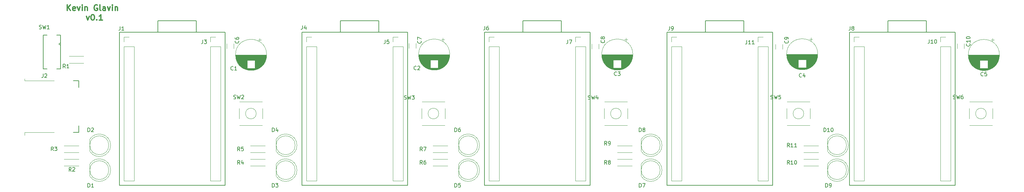
<source format=gbr>
G04 #@! TF.GenerationSoftware,KiCad,Pcbnew,(5.0.0-3-g5ebb6b6)*
G04 #@! TF.CreationDate,2018-09-12T20:08:54-07:00*
G04 #@! TF.ProjectId,iotkong,696F746B6F6E672E6B696361645F7063,rev?*
G04 #@! TF.SameCoordinates,Original*
G04 #@! TF.FileFunction,Legend,Top*
G04 #@! TF.FilePolarity,Positive*
%FSLAX46Y46*%
G04 Gerber Fmt 4.6, Leading zero omitted, Abs format (unit mm)*
G04 Created by KiCad (PCBNEW (5.0.0-3-g5ebb6b6)) date Wednesday, September 12, 2018 at 08:08:54 PM*
%MOMM*%
%LPD*%
G01*
G04 APERTURE LIST*
%ADD10C,0.300000*%
%ADD11C,0.200000*%
%ADD12C,0.120000*%
%ADD13C,0.101600*%
%ADD14C,0.100000*%
%ADD15C,0.127000*%
%ADD16C,0.150000*%
G04 APERTURE END LIST*
D10*
X48691114Y-42989971D02*
X48691114Y-41489971D01*
X49548257Y-42989971D02*
X48905400Y-42132828D01*
X49548257Y-41489971D02*
X48691114Y-42347114D01*
X50762542Y-42918542D02*
X50619685Y-42989971D01*
X50333971Y-42989971D01*
X50191114Y-42918542D01*
X50119685Y-42775685D01*
X50119685Y-42204257D01*
X50191114Y-42061400D01*
X50333971Y-41989971D01*
X50619685Y-41989971D01*
X50762542Y-42061400D01*
X50833971Y-42204257D01*
X50833971Y-42347114D01*
X50119685Y-42489971D01*
X51333971Y-41989971D02*
X51691114Y-42989971D01*
X52048257Y-41989971D01*
X52619685Y-42989971D02*
X52619685Y-41989971D01*
X52619685Y-41489971D02*
X52548257Y-41561400D01*
X52619685Y-41632828D01*
X52691114Y-41561400D01*
X52619685Y-41489971D01*
X52619685Y-41632828D01*
X53333971Y-41989971D02*
X53333971Y-42989971D01*
X53333971Y-42132828D02*
X53405400Y-42061400D01*
X53548257Y-41989971D01*
X53762542Y-41989971D01*
X53905400Y-42061400D01*
X53976828Y-42204257D01*
X53976828Y-42989971D01*
X56619685Y-41561400D02*
X56476828Y-41489971D01*
X56262542Y-41489971D01*
X56048257Y-41561400D01*
X55905400Y-41704257D01*
X55833971Y-41847114D01*
X55762542Y-42132828D01*
X55762542Y-42347114D01*
X55833971Y-42632828D01*
X55905400Y-42775685D01*
X56048257Y-42918542D01*
X56262542Y-42989971D01*
X56405400Y-42989971D01*
X56619685Y-42918542D01*
X56691114Y-42847114D01*
X56691114Y-42347114D01*
X56405400Y-42347114D01*
X57548257Y-42989971D02*
X57405400Y-42918542D01*
X57333971Y-42775685D01*
X57333971Y-41489971D01*
X58762542Y-42989971D02*
X58762542Y-42204257D01*
X58691114Y-42061400D01*
X58548257Y-41989971D01*
X58262542Y-41989971D01*
X58119685Y-42061400D01*
X58762542Y-42918542D02*
X58619685Y-42989971D01*
X58262542Y-42989971D01*
X58119685Y-42918542D01*
X58048257Y-42775685D01*
X58048257Y-42632828D01*
X58119685Y-42489971D01*
X58262542Y-42418542D01*
X58619685Y-42418542D01*
X58762542Y-42347114D01*
X59333971Y-41989971D02*
X59691114Y-42989971D01*
X60048257Y-41989971D01*
X60619685Y-42989971D02*
X60619685Y-41989971D01*
X60619685Y-41489971D02*
X60548257Y-41561400D01*
X60619685Y-41632828D01*
X60691114Y-41561400D01*
X60619685Y-41489971D01*
X60619685Y-41632828D01*
X61333971Y-41989971D02*
X61333971Y-42989971D01*
X61333971Y-42132828D02*
X61405400Y-42061400D01*
X61548257Y-41989971D01*
X61762542Y-41989971D01*
X61905400Y-42061400D01*
X61976828Y-42204257D01*
X61976828Y-42989971D01*
X53762542Y-44539971D02*
X54119685Y-45539971D01*
X54476828Y-44539971D01*
X55333971Y-44039971D02*
X55476828Y-44039971D01*
X55619685Y-44111400D01*
X55691114Y-44182828D01*
X55762542Y-44325685D01*
X55833971Y-44611400D01*
X55833971Y-44968542D01*
X55762542Y-45254257D01*
X55691114Y-45397114D01*
X55619685Y-45468542D01*
X55476828Y-45539971D01*
X55333971Y-45539971D01*
X55191114Y-45468542D01*
X55119685Y-45397114D01*
X55048257Y-45254257D01*
X54976828Y-44968542D01*
X54976828Y-44611400D01*
X55048257Y-44325685D01*
X55119685Y-44182828D01*
X55191114Y-44111400D01*
X55333971Y-44039971D01*
X56476828Y-45397114D02*
X56548257Y-45468542D01*
X56476828Y-45539971D01*
X56405400Y-45468542D01*
X56476828Y-45397114D01*
X56476828Y-45539971D01*
X57976828Y-45539971D02*
X57119685Y-45539971D01*
X57548257Y-45539971D02*
X57548257Y-44039971D01*
X57405400Y-44254257D01*
X57262542Y-44397114D01*
X57119685Y-44468542D01*
D11*
X265684000Y-45720000D02*
X275844000Y-45720000D01*
X217424000Y-45720000D02*
X227584000Y-45720000D01*
X169164000Y-45720000D02*
X179324000Y-45720000D01*
X120904000Y-45720000D02*
X131064000Y-45720000D01*
X275844000Y-45720000D02*
X275844000Y-48768000D01*
X227584000Y-45720000D02*
X227584000Y-48768000D01*
X179324000Y-45720000D02*
X179324000Y-48768000D01*
X131064000Y-45720000D02*
X131064000Y-48768000D01*
X265684000Y-48768000D02*
X265684000Y-45720000D01*
X217424000Y-48768000D02*
X217424000Y-45720000D01*
X169164000Y-48768000D02*
X169164000Y-45720000D01*
X120904000Y-48768000D02*
X120904000Y-45720000D01*
X283464000Y-89408000D02*
X255524000Y-89408000D01*
X235204000Y-89408000D02*
X207264000Y-89408000D01*
X186944000Y-89408000D02*
X159004000Y-89408000D01*
X138684000Y-89408000D02*
X110744000Y-89408000D01*
X255524000Y-48768000D02*
X283464000Y-48768000D01*
X207264000Y-48768000D02*
X235204000Y-48768000D01*
X159004000Y-48768000D02*
X186944000Y-48768000D01*
X110744000Y-48768000D02*
X138684000Y-48768000D01*
X283464000Y-48768000D02*
X283464000Y-89408000D01*
X235204000Y-48768000D02*
X235204000Y-89408000D01*
X186944000Y-48768000D02*
X186944000Y-89408000D01*
X138684000Y-48768000D02*
X138684000Y-89408000D01*
X255524000Y-89408000D02*
X255524000Y-48768000D01*
X207264000Y-89408000D02*
X207264000Y-48768000D01*
X159004000Y-89408000D02*
X159004000Y-48768000D01*
X110744000Y-89408000D02*
X110744000Y-48768000D01*
X82804000Y-45720000D02*
X82804000Y-48768000D01*
X72644000Y-45720000D02*
X82804000Y-45720000D01*
X72644000Y-48768000D02*
X72644000Y-45720000D01*
X62484000Y-89408000D02*
X62484000Y-48768000D01*
X90424000Y-89408000D02*
X62484000Y-89408000D01*
X90424000Y-48768000D02*
X90424000Y-89408000D01*
X62484000Y-48768000D02*
X90424000Y-48768000D01*
D12*
G04 #@! TO.C,SW3*
X148610000Y-68982000D02*
X148610000Y-71662000D01*
X142370000Y-71662000D02*
X142370000Y-68982000D01*
X142520000Y-67202000D02*
X148460000Y-67202000D01*
X142520000Y-73442000D02*
X148460000Y-73442000D01*
X146904214Y-70322000D02*
G75*
G03X146904214Y-70322000I-1414214J0D01*
G01*
G04 #@! TO.C,SW4*
X196870000Y-68982000D02*
X196870000Y-71662000D01*
X190630000Y-71662000D02*
X190630000Y-68982000D01*
X190780000Y-67202000D02*
X196720000Y-67202000D01*
X190780000Y-73442000D02*
X196720000Y-73442000D01*
X195164214Y-70322000D02*
G75*
G03X195164214Y-70322000I-1414214J0D01*
G01*
G04 #@! TO.C,SW6*
X293390000Y-68982000D02*
X293390000Y-71662000D01*
X287150000Y-71662000D02*
X287150000Y-68982000D01*
X287300000Y-67202000D02*
X293240000Y-67202000D01*
X287300000Y-73442000D02*
X293240000Y-73442000D01*
X291684214Y-70322000D02*
G75*
G03X291684214Y-70322000I-1414214J0D01*
G01*
G04 #@! TO.C,SW5*
X245130000Y-68982000D02*
X245130000Y-71662000D01*
X238890000Y-71662000D02*
X238890000Y-68982000D01*
X239040000Y-67202000D02*
X244980000Y-67202000D01*
X239040000Y-73442000D02*
X244980000Y-73442000D01*
X243424214Y-70322000D02*
G75*
G03X243424214Y-70322000I-1414214J0D01*
G01*
G04 #@! TO.C,SW2*
X100350000Y-68982000D02*
X100350000Y-71662000D01*
X94110000Y-71662000D02*
X94110000Y-68982000D01*
X94260000Y-67202000D02*
X100200000Y-67202000D01*
X94260000Y-73442000D02*
X100200000Y-73442000D01*
X98644214Y-70322000D02*
G75*
G03X98644214Y-70322000I-1414214J0D01*
G01*
D13*
G04 #@! TO.C,J2*
X45161200Y-75311000D02*
X37388800Y-75311000D01*
D14*
X37396200Y-61595000D02*
X37396200Y-61058000D01*
X37388800Y-75311000D02*
X37388800Y-76073000D01*
D13*
X45161200Y-61595000D02*
X37388800Y-61595000D01*
D15*
X51714400Y-73533000D02*
X51714400Y-75311000D01*
X51714400Y-61595000D02*
X51714400Y-63373000D01*
X51714400Y-75311000D02*
X50241200Y-75311000D01*
X51714400Y-61595000D02*
X50241200Y-61595000D01*
D12*
G04 #@! TO.C,J8*
X256734000Y-88198000D02*
X259394000Y-88198000D01*
X256734000Y-52578000D02*
X256734000Y-88198000D01*
X259394000Y-52578000D02*
X259394000Y-88198000D01*
X256734000Y-52578000D02*
X259394000Y-52578000D01*
X256734000Y-51308000D02*
X256734000Y-49978000D01*
X256734000Y-49978000D02*
X258064000Y-49978000D01*
G04 #@! TO.C,J9*
X208474000Y-88198000D02*
X211134000Y-88198000D01*
X208474000Y-52578000D02*
X208474000Y-88198000D01*
X211134000Y-52578000D02*
X211134000Y-88198000D01*
X208474000Y-52578000D02*
X211134000Y-52578000D01*
X208474000Y-51308000D02*
X208474000Y-49978000D01*
X208474000Y-49978000D02*
X209804000Y-49978000D01*
G04 #@! TO.C,J6*
X160214000Y-88198000D02*
X162874000Y-88198000D01*
X160214000Y-52578000D02*
X160214000Y-88198000D01*
X162874000Y-52578000D02*
X162874000Y-88198000D01*
X160214000Y-52578000D02*
X162874000Y-52578000D01*
X160214000Y-51308000D02*
X160214000Y-49978000D01*
X160214000Y-49978000D02*
X161544000Y-49978000D01*
G04 #@! TO.C,J4*
X111954000Y-88198000D02*
X114614000Y-88198000D01*
X111954000Y-52578000D02*
X111954000Y-88198000D01*
X114614000Y-52578000D02*
X114614000Y-88198000D01*
X111954000Y-52578000D02*
X114614000Y-52578000D01*
X111954000Y-51308000D02*
X111954000Y-49978000D01*
X111954000Y-49978000D02*
X113284000Y-49978000D01*
G04 #@! TO.C,J10*
X279594000Y-49978000D02*
X280924000Y-49978000D01*
X279594000Y-51308000D02*
X279594000Y-49978000D01*
X279594000Y-52578000D02*
X282254000Y-52578000D01*
X282254000Y-52578000D02*
X282254000Y-88198000D01*
X279594000Y-52578000D02*
X279594000Y-88198000D01*
X279594000Y-88198000D02*
X282254000Y-88198000D01*
G04 #@! TO.C,J11*
X231334000Y-49978000D02*
X232664000Y-49978000D01*
X231334000Y-51308000D02*
X231334000Y-49978000D01*
X231334000Y-52578000D02*
X233994000Y-52578000D01*
X233994000Y-52578000D02*
X233994000Y-88198000D01*
X231334000Y-52578000D02*
X231334000Y-88198000D01*
X231334000Y-88198000D02*
X233994000Y-88198000D01*
G04 #@! TO.C,J7*
X183074000Y-49978000D02*
X184404000Y-49978000D01*
X183074000Y-51308000D02*
X183074000Y-49978000D01*
X183074000Y-52578000D02*
X185734000Y-52578000D01*
X185734000Y-52578000D02*
X185734000Y-88198000D01*
X183074000Y-52578000D02*
X183074000Y-88198000D01*
X183074000Y-88198000D02*
X185734000Y-88198000D01*
G04 #@! TO.C,J5*
X134814000Y-49978000D02*
X136144000Y-49978000D01*
X134814000Y-51308000D02*
X134814000Y-49978000D01*
X134814000Y-52578000D02*
X137474000Y-52578000D01*
X137474000Y-52578000D02*
X137474000Y-88198000D01*
X134814000Y-52578000D02*
X134814000Y-88198000D01*
X134814000Y-88198000D02*
X137474000Y-88198000D01*
G04 #@! TO.C,C5*
X295153200Y-54773200D02*
G75*
G03X295153200Y-54773200I-4120000J0D01*
G01*
X295113200Y-54773200D02*
X286953200Y-54773200D01*
X295113200Y-54813200D02*
X286953200Y-54813200D01*
X295113200Y-54853200D02*
X286953200Y-54853200D01*
X295112200Y-54893200D02*
X286954200Y-54893200D01*
X295110200Y-54933200D02*
X286956200Y-54933200D01*
X295109200Y-54973200D02*
X286957200Y-54973200D01*
X295107200Y-55013200D02*
X286959200Y-55013200D01*
X295104200Y-55053200D02*
X286962200Y-55053200D01*
X295101200Y-55093200D02*
X286965200Y-55093200D01*
X295098200Y-55133200D02*
X286968200Y-55133200D01*
X295094200Y-55173200D02*
X286972200Y-55173200D01*
X295090200Y-55213200D02*
X286976200Y-55213200D01*
X295085200Y-55253200D02*
X286981200Y-55253200D01*
X295081200Y-55293200D02*
X286985200Y-55293200D01*
X295075200Y-55333200D02*
X286991200Y-55333200D01*
X295070200Y-55373200D02*
X286996200Y-55373200D01*
X295063200Y-55413200D02*
X287003200Y-55413200D01*
X295057200Y-55453200D02*
X287009200Y-55453200D01*
X295050200Y-55494200D02*
X287016200Y-55494200D01*
X295043200Y-55534200D02*
X287023200Y-55534200D01*
X295035200Y-55574200D02*
X287031200Y-55574200D01*
X295027200Y-55614200D02*
X287039200Y-55614200D01*
X295018200Y-55654200D02*
X287048200Y-55654200D01*
X295009200Y-55694200D02*
X287057200Y-55694200D01*
X295000200Y-55734200D02*
X287066200Y-55734200D01*
X294990200Y-55774200D02*
X287076200Y-55774200D01*
X294980200Y-55814200D02*
X287086200Y-55814200D01*
X294969200Y-55854200D02*
X287097200Y-55854200D01*
X294958200Y-55894200D02*
X287108200Y-55894200D01*
X294947200Y-55934200D02*
X287119200Y-55934200D01*
X294935200Y-55974200D02*
X287131200Y-55974200D01*
X294922200Y-56014200D02*
X287144200Y-56014200D01*
X294910200Y-56054200D02*
X287156200Y-56054200D01*
X294896200Y-56094200D02*
X287170200Y-56094200D01*
X294883200Y-56134200D02*
X287183200Y-56134200D01*
X294868200Y-56174200D02*
X287198200Y-56174200D01*
X294854200Y-56214200D02*
X287212200Y-56214200D01*
X294838200Y-56254200D02*
X292073200Y-56254200D01*
X289993200Y-56254200D02*
X287228200Y-56254200D01*
X294823200Y-56294200D02*
X292073200Y-56294200D01*
X289993200Y-56294200D02*
X287243200Y-56294200D01*
X294807200Y-56334200D02*
X292073200Y-56334200D01*
X289993200Y-56334200D02*
X287259200Y-56334200D01*
X294790200Y-56374200D02*
X292073200Y-56374200D01*
X289993200Y-56374200D02*
X287276200Y-56374200D01*
X294773200Y-56414200D02*
X292073200Y-56414200D01*
X289993200Y-56414200D02*
X287293200Y-56414200D01*
X294755200Y-56454200D02*
X292073200Y-56454200D01*
X289993200Y-56454200D02*
X287311200Y-56454200D01*
X294737200Y-56494200D02*
X292073200Y-56494200D01*
X289993200Y-56494200D02*
X287329200Y-56494200D01*
X294719200Y-56534200D02*
X292073200Y-56534200D01*
X289993200Y-56534200D02*
X287347200Y-56534200D01*
X294699200Y-56574200D02*
X292073200Y-56574200D01*
X289993200Y-56574200D02*
X287367200Y-56574200D01*
X294680200Y-56614200D02*
X292073200Y-56614200D01*
X289993200Y-56614200D02*
X287386200Y-56614200D01*
X294660200Y-56654200D02*
X292073200Y-56654200D01*
X289993200Y-56654200D02*
X287406200Y-56654200D01*
X294639200Y-56694200D02*
X292073200Y-56694200D01*
X289993200Y-56694200D02*
X287427200Y-56694200D01*
X294617200Y-56734200D02*
X292073200Y-56734200D01*
X289993200Y-56734200D02*
X287449200Y-56734200D01*
X294595200Y-56774200D02*
X292073200Y-56774200D01*
X289993200Y-56774200D02*
X287471200Y-56774200D01*
X294573200Y-56814200D02*
X292073200Y-56814200D01*
X289993200Y-56814200D02*
X287493200Y-56814200D01*
X294550200Y-56854200D02*
X292073200Y-56854200D01*
X289993200Y-56854200D02*
X287516200Y-56854200D01*
X294526200Y-56894200D02*
X292073200Y-56894200D01*
X289993200Y-56894200D02*
X287540200Y-56894200D01*
X294502200Y-56934200D02*
X292073200Y-56934200D01*
X289993200Y-56934200D02*
X287564200Y-56934200D01*
X294477200Y-56974200D02*
X292073200Y-56974200D01*
X289993200Y-56974200D02*
X287589200Y-56974200D01*
X294451200Y-57014200D02*
X292073200Y-57014200D01*
X289993200Y-57014200D02*
X287615200Y-57014200D01*
X294425200Y-57054200D02*
X292073200Y-57054200D01*
X289993200Y-57054200D02*
X287641200Y-57054200D01*
X294398200Y-57094200D02*
X292073200Y-57094200D01*
X289993200Y-57094200D02*
X287668200Y-57094200D01*
X294371200Y-57134200D02*
X292073200Y-57134200D01*
X289993200Y-57134200D02*
X287695200Y-57134200D01*
X294342200Y-57174200D02*
X292073200Y-57174200D01*
X289993200Y-57174200D02*
X287724200Y-57174200D01*
X294313200Y-57214200D02*
X292073200Y-57214200D01*
X289993200Y-57214200D02*
X287753200Y-57214200D01*
X294283200Y-57254200D02*
X292073200Y-57254200D01*
X289993200Y-57254200D02*
X287783200Y-57254200D01*
X294253200Y-57294200D02*
X292073200Y-57294200D01*
X289993200Y-57294200D02*
X287813200Y-57294200D01*
X294222200Y-57334200D02*
X292073200Y-57334200D01*
X289993200Y-57334200D02*
X287844200Y-57334200D01*
X294189200Y-57374200D02*
X292073200Y-57374200D01*
X289993200Y-57374200D02*
X287877200Y-57374200D01*
X294157200Y-57414200D02*
X292073200Y-57414200D01*
X289993200Y-57414200D02*
X287909200Y-57414200D01*
X294123200Y-57454200D02*
X292073200Y-57454200D01*
X289993200Y-57454200D02*
X287943200Y-57454200D01*
X294088200Y-57494200D02*
X292073200Y-57494200D01*
X289993200Y-57494200D02*
X287978200Y-57494200D01*
X294052200Y-57534200D02*
X292073200Y-57534200D01*
X289993200Y-57534200D02*
X288014200Y-57534200D01*
X294016200Y-57574200D02*
X292073200Y-57574200D01*
X289993200Y-57574200D02*
X288050200Y-57574200D01*
X293978200Y-57614200D02*
X292073200Y-57614200D01*
X289993200Y-57614200D02*
X288088200Y-57614200D01*
X293940200Y-57654200D02*
X292073200Y-57654200D01*
X289993200Y-57654200D02*
X288126200Y-57654200D01*
X293900200Y-57694200D02*
X292073200Y-57694200D01*
X289993200Y-57694200D02*
X288166200Y-57694200D01*
X293859200Y-57734200D02*
X292073200Y-57734200D01*
X289993200Y-57734200D02*
X288207200Y-57734200D01*
X293817200Y-57774200D02*
X292073200Y-57774200D01*
X289993200Y-57774200D02*
X288249200Y-57774200D01*
X293774200Y-57814200D02*
X292073200Y-57814200D01*
X289993200Y-57814200D02*
X288292200Y-57814200D01*
X293730200Y-57854200D02*
X292073200Y-57854200D01*
X289993200Y-57854200D02*
X288336200Y-57854200D01*
X293684200Y-57894200D02*
X292073200Y-57894200D01*
X289993200Y-57894200D02*
X288382200Y-57894200D01*
X293637200Y-57934200D02*
X292073200Y-57934200D01*
X289993200Y-57934200D02*
X288429200Y-57934200D01*
X293589200Y-57974200D02*
X292073200Y-57974200D01*
X289993200Y-57974200D02*
X288477200Y-57974200D01*
X293538200Y-58014200D02*
X292073200Y-58014200D01*
X289993200Y-58014200D02*
X288528200Y-58014200D01*
X293487200Y-58054200D02*
X292073200Y-58054200D01*
X289993200Y-58054200D02*
X288579200Y-58054200D01*
X293433200Y-58094200D02*
X292073200Y-58094200D01*
X289993200Y-58094200D02*
X288633200Y-58094200D01*
X293378200Y-58134200D02*
X292073200Y-58134200D01*
X289993200Y-58134200D02*
X288688200Y-58134200D01*
X293320200Y-58174200D02*
X292073200Y-58174200D01*
X289993200Y-58174200D02*
X288746200Y-58174200D01*
X293261200Y-58214200D02*
X292073200Y-58214200D01*
X289993200Y-58214200D02*
X288805200Y-58214200D01*
X293199200Y-58254200D02*
X292073200Y-58254200D01*
X289993200Y-58254200D02*
X288867200Y-58254200D01*
X293135200Y-58294200D02*
X292073200Y-58294200D01*
X289993200Y-58294200D02*
X288931200Y-58294200D01*
X293067200Y-58334200D02*
X288999200Y-58334200D01*
X292997200Y-58374200D02*
X289069200Y-58374200D01*
X292923200Y-58414200D02*
X289143200Y-58414200D01*
X292846200Y-58454200D02*
X289220200Y-58454200D01*
X292764200Y-58494200D02*
X289302200Y-58494200D01*
X292678200Y-58534200D02*
X289388200Y-58534200D01*
X292585200Y-58574200D02*
X289481200Y-58574200D01*
X292486200Y-58614200D02*
X289580200Y-58614200D01*
X292379200Y-58654200D02*
X289687200Y-58654200D01*
X292262200Y-58694200D02*
X289804200Y-58694200D01*
X292131200Y-58734200D02*
X289935200Y-58734200D01*
X291981200Y-58774200D02*
X290085200Y-58774200D01*
X291801200Y-58814200D02*
X290265200Y-58814200D01*
X291566200Y-58854200D02*
X290500200Y-58854200D01*
X293348200Y-50363502D02*
X293348200Y-51163502D01*
X293748200Y-50763502D02*
X292948200Y-50763502D01*
G04 #@! TO.C,C4*
X247121800Y-54595400D02*
G75*
G03X247121800Y-54595400I-4120000J0D01*
G01*
X247081800Y-54595400D02*
X238921800Y-54595400D01*
X247081800Y-54635400D02*
X238921800Y-54635400D01*
X247081800Y-54675400D02*
X238921800Y-54675400D01*
X247080800Y-54715400D02*
X238922800Y-54715400D01*
X247078800Y-54755400D02*
X238924800Y-54755400D01*
X247077800Y-54795400D02*
X238925800Y-54795400D01*
X247075800Y-54835400D02*
X238927800Y-54835400D01*
X247072800Y-54875400D02*
X238930800Y-54875400D01*
X247069800Y-54915400D02*
X238933800Y-54915400D01*
X247066800Y-54955400D02*
X238936800Y-54955400D01*
X247062800Y-54995400D02*
X238940800Y-54995400D01*
X247058800Y-55035400D02*
X238944800Y-55035400D01*
X247053800Y-55075400D02*
X238949800Y-55075400D01*
X247049800Y-55115400D02*
X238953800Y-55115400D01*
X247043800Y-55155400D02*
X238959800Y-55155400D01*
X247038800Y-55195400D02*
X238964800Y-55195400D01*
X247031800Y-55235400D02*
X238971800Y-55235400D01*
X247025800Y-55275400D02*
X238977800Y-55275400D01*
X247018800Y-55316400D02*
X238984800Y-55316400D01*
X247011800Y-55356400D02*
X238991800Y-55356400D01*
X247003800Y-55396400D02*
X238999800Y-55396400D01*
X246995800Y-55436400D02*
X239007800Y-55436400D01*
X246986800Y-55476400D02*
X239016800Y-55476400D01*
X246977800Y-55516400D02*
X239025800Y-55516400D01*
X246968800Y-55556400D02*
X239034800Y-55556400D01*
X246958800Y-55596400D02*
X239044800Y-55596400D01*
X246948800Y-55636400D02*
X239054800Y-55636400D01*
X246937800Y-55676400D02*
X239065800Y-55676400D01*
X246926800Y-55716400D02*
X239076800Y-55716400D01*
X246915800Y-55756400D02*
X239087800Y-55756400D01*
X246903800Y-55796400D02*
X239099800Y-55796400D01*
X246890800Y-55836400D02*
X239112800Y-55836400D01*
X246878800Y-55876400D02*
X239124800Y-55876400D01*
X246864800Y-55916400D02*
X239138800Y-55916400D01*
X246851800Y-55956400D02*
X239151800Y-55956400D01*
X246836800Y-55996400D02*
X239166800Y-55996400D01*
X246822800Y-56036400D02*
X239180800Y-56036400D01*
X246806800Y-56076400D02*
X244041800Y-56076400D01*
X241961800Y-56076400D02*
X239196800Y-56076400D01*
X246791800Y-56116400D02*
X244041800Y-56116400D01*
X241961800Y-56116400D02*
X239211800Y-56116400D01*
X246775800Y-56156400D02*
X244041800Y-56156400D01*
X241961800Y-56156400D02*
X239227800Y-56156400D01*
X246758800Y-56196400D02*
X244041800Y-56196400D01*
X241961800Y-56196400D02*
X239244800Y-56196400D01*
X246741800Y-56236400D02*
X244041800Y-56236400D01*
X241961800Y-56236400D02*
X239261800Y-56236400D01*
X246723800Y-56276400D02*
X244041800Y-56276400D01*
X241961800Y-56276400D02*
X239279800Y-56276400D01*
X246705800Y-56316400D02*
X244041800Y-56316400D01*
X241961800Y-56316400D02*
X239297800Y-56316400D01*
X246687800Y-56356400D02*
X244041800Y-56356400D01*
X241961800Y-56356400D02*
X239315800Y-56356400D01*
X246667800Y-56396400D02*
X244041800Y-56396400D01*
X241961800Y-56396400D02*
X239335800Y-56396400D01*
X246648800Y-56436400D02*
X244041800Y-56436400D01*
X241961800Y-56436400D02*
X239354800Y-56436400D01*
X246628800Y-56476400D02*
X244041800Y-56476400D01*
X241961800Y-56476400D02*
X239374800Y-56476400D01*
X246607800Y-56516400D02*
X244041800Y-56516400D01*
X241961800Y-56516400D02*
X239395800Y-56516400D01*
X246585800Y-56556400D02*
X244041800Y-56556400D01*
X241961800Y-56556400D02*
X239417800Y-56556400D01*
X246563800Y-56596400D02*
X244041800Y-56596400D01*
X241961800Y-56596400D02*
X239439800Y-56596400D01*
X246541800Y-56636400D02*
X244041800Y-56636400D01*
X241961800Y-56636400D02*
X239461800Y-56636400D01*
X246518800Y-56676400D02*
X244041800Y-56676400D01*
X241961800Y-56676400D02*
X239484800Y-56676400D01*
X246494800Y-56716400D02*
X244041800Y-56716400D01*
X241961800Y-56716400D02*
X239508800Y-56716400D01*
X246470800Y-56756400D02*
X244041800Y-56756400D01*
X241961800Y-56756400D02*
X239532800Y-56756400D01*
X246445800Y-56796400D02*
X244041800Y-56796400D01*
X241961800Y-56796400D02*
X239557800Y-56796400D01*
X246419800Y-56836400D02*
X244041800Y-56836400D01*
X241961800Y-56836400D02*
X239583800Y-56836400D01*
X246393800Y-56876400D02*
X244041800Y-56876400D01*
X241961800Y-56876400D02*
X239609800Y-56876400D01*
X246366800Y-56916400D02*
X244041800Y-56916400D01*
X241961800Y-56916400D02*
X239636800Y-56916400D01*
X246339800Y-56956400D02*
X244041800Y-56956400D01*
X241961800Y-56956400D02*
X239663800Y-56956400D01*
X246310800Y-56996400D02*
X244041800Y-56996400D01*
X241961800Y-56996400D02*
X239692800Y-56996400D01*
X246281800Y-57036400D02*
X244041800Y-57036400D01*
X241961800Y-57036400D02*
X239721800Y-57036400D01*
X246251800Y-57076400D02*
X244041800Y-57076400D01*
X241961800Y-57076400D02*
X239751800Y-57076400D01*
X246221800Y-57116400D02*
X244041800Y-57116400D01*
X241961800Y-57116400D02*
X239781800Y-57116400D01*
X246190800Y-57156400D02*
X244041800Y-57156400D01*
X241961800Y-57156400D02*
X239812800Y-57156400D01*
X246157800Y-57196400D02*
X244041800Y-57196400D01*
X241961800Y-57196400D02*
X239845800Y-57196400D01*
X246125800Y-57236400D02*
X244041800Y-57236400D01*
X241961800Y-57236400D02*
X239877800Y-57236400D01*
X246091800Y-57276400D02*
X244041800Y-57276400D01*
X241961800Y-57276400D02*
X239911800Y-57276400D01*
X246056800Y-57316400D02*
X244041800Y-57316400D01*
X241961800Y-57316400D02*
X239946800Y-57316400D01*
X246020800Y-57356400D02*
X244041800Y-57356400D01*
X241961800Y-57356400D02*
X239982800Y-57356400D01*
X245984800Y-57396400D02*
X244041800Y-57396400D01*
X241961800Y-57396400D02*
X240018800Y-57396400D01*
X245946800Y-57436400D02*
X244041800Y-57436400D01*
X241961800Y-57436400D02*
X240056800Y-57436400D01*
X245908800Y-57476400D02*
X244041800Y-57476400D01*
X241961800Y-57476400D02*
X240094800Y-57476400D01*
X245868800Y-57516400D02*
X244041800Y-57516400D01*
X241961800Y-57516400D02*
X240134800Y-57516400D01*
X245827800Y-57556400D02*
X244041800Y-57556400D01*
X241961800Y-57556400D02*
X240175800Y-57556400D01*
X245785800Y-57596400D02*
X244041800Y-57596400D01*
X241961800Y-57596400D02*
X240217800Y-57596400D01*
X245742800Y-57636400D02*
X244041800Y-57636400D01*
X241961800Y-57636400D02*
X240260800Y-57636400D01*
X245698800Y-57676400D02*
X244041800Y-57676400D01*
X241961800Y-57676400D02*
X240304800Y-57676400D01*
X245652800Y-57716400D02*
X244041800Y-57716400D01*
X241961800Y-57716400D02*
X240350800Y-57716400D01*
X245605800Y-57756400D02*
X244041800Y-57756400D01*
X241961800Y-57756400D02*
X240397800Y-57756400D01*
X245557800Y-57796400D02*
X244041800Y-57796400D01*
X241961800Y-57796400D02*
X240445800Y-57796400D01*
X245506800Y-57836400D02*
X244041800Y-57836400D01*
X241961800Y-57836400D02*
X240496800Y-57836400D01*
X245455800Y-57876400D02*
X244041800Y-57876400D01*
X241961800Y-57876400D02*
X240547800Y-57876400D01*
X245401800Y-57916400D02*
X244041800Y-57916400D01*
X241961800Y-57916400D02*
X240601800Y-57916400D01*
X245346800Y-57956400D02*
X244041800Y-57956400D01*
X241961800Y-57956400D02*
X240656800Y-57956400D01*
X245288800Y-57996400D02*
X244041800Y-57996400D01*
X241961800Y-57996400D02*
X240714800Y-57996400D01*
X245229800Y-58036400D02*
X244041800Y-58036400D01*
X241961800Y-58036400D02*
X240773800Y-58036400D01*
X245167800Y-58076400D02*
X244041800Y-58076400D01*
X241961800Y-58076400D02*
X240835800Y-58076400D01*
X245103800Y-58116400D02*
X244041800Y-58116400D01*
X241961800Y-58116400D02*
X240899800Y-58116400D01*
X245035800Y-58156400D02*
X240967800Y-58156400D01*
X244965800Y-58196400D02*
X241037800Y-58196400D01*
X244891800Y-58236400D02*
X241111800Y-58236400D01*
X244814800Y-58276400D02*
X241188800Y-58276400D01*
X244732800Y-58316400D02*
X241270800Y-58316400D01*
X244646800Y-58356400D02*
X241356800Y-58356400D01*
X244553800Y-58396400D02*
X241449800Y-58396400D01*
X244454800Y-58436400D02*
X241548800Y-58436400D01*
X244347800Y-58476400D02*
X241655800Y-58476400D01*
X244230800Y-58516400D02*
X241772800Y-58516400D01*
X244099800Y-58556400D02*
X241903800Y-58556400D01*
X243949800Y-58596400D02*
X242053800Y-58596400D01*
X243769800Y-58636400D02*
X242233800Y-58636400D01*
X243534800Y-58676400D02*
X242468800Y-58676400D01*
X245316800Y-50185702D02*
X245316800Y-50985702D01*
X245716800Y-50585702D02*
X244916800Y-50585702D01*
G04 #@! TO.C,C3*
X198226800Y-54671600D02*
G75*
G03X198226800Y-54671600I-4120000J0D01*
G01*
X198186800Y-54671600D02*
X190026800Y-54671600D01*
X198186800Y-54711600D02*
X190026800Y-54711600D01*
X198186800Y-54751600D02*
X190026800Y-54751600D01*
X198185800Y-54791600D02*
X190027800Y-54791600D01*
X198183800Y-54831600D02*
X190029800Y-54831600D01*
X198182800Y-54871600D02*
X190030800Y-54871600D01*
X198180800Y-54911600D02*
X190032800Y-54911600D01*
X198177800Y-54951600D02*
X190035800Y-54951600D01*
X198174800Y-54991600D02*
X190038800Y-54991600D01*
X198171800Y-55031600D02*
X190041800Y-55031600D01*
X198167800Y-55071600D02*
X190045800Y-55071600D01*
X198163800Y-55111600D02*
X190049800Y-55111600D01*
X198158800Y-55151600D02*
X190054800Y-55151600D01*
X198154800Y-55191600D02*
X190058800Y-55191600D01*
X198148800Y-55231600D02*
X190064800Y-55231600D01*
X198143800Y-55271600D02*
X190069800Y-55271600D01*
X198136800Y-55311600D02*
X190076800Y-55311600D01*
X198130800Y-55351600D02*
X190082800Y-55351600D01*
X198123800Y-55392600D02*
X190089800Y-55392600D01*
X198116800Y-55432600D02*
X190096800Y-55432600D01*
X198108800Y-55472600D02*
X190104800Y-55472600D01*
X198100800Y-55512600D02*
X190112800Y-55512600D01*
X198091800Y-55552600D02*
X190121800Y-55552600D01*
X198082800Y-55592600D02*
X190130800Y-55592600D01*
X198073800Y-55632600D02*
X190139800Y-55632600D01*
X198063800Y-55672600D02*
X190149800Y-55672600D01*
X198053800Y-55712600D02*
X190159800Y-55712600D01*
X198042800Y-55752600D02*
X190170800Y-55752600D01*
X198031800Y-55792600D02*
X190181800Y-55792600D01*
X198020800Y-55832600D02*
X190192800Y-55832600D01*
X198008800Y-55872600D02*
X190204800Y-55872600D01*
X197995800Y-55912600D02*
X190217800Y-55912600D01*
X197983800Y-55952600D02*
X190229800Y-55952600D01*
X197969800Y-55992600D02*
X190243800Y-55992600D01*
X197956800Y-56032600D02*
X190256800Y-56032600D01*
X197941800Y-56072600D02*
X190271800Y-56072600D01*
X197927800Y-56112600D02*
X190285800Y-56112600D01*
X197911800Y-56152600D02*
X195146800Y-56152600D01*
X193066800Y-56152600D02*
X190301800Y-56152600D01*
X197896800Y-56192600D02*
X195146800Y-56192600D01*
X193066800Y-56192600D02*
X190316800Y-56192600D01*
X197880800Y-56232600D02*
X195146800Y-56232600D01*
X193066800Y-56232600D02*
X190332800Y-56232600D01*
X197863800Y-56272600D02*
X195146800Y-56272600D01*
X193066800Y-56272600D02*
X190349800Y-56272600D01*
X197846800Y-56312600D02*
X195146800Y-56312600D01*
X193066800Y-56312600D02*
X190366800Y-56312600D01*
X197828800Y-56352600D02*
X195146800Y-56352600D01*
X193066800Y-56352600D02*
X190384800Y-56352600D01*
X197810800Y-56392600D02*
X195146800Y-56392600D01*
X193066800Y-56392600D02*
X190402800Y-56392600D01*
X197792800Y-56432600D02*
X195146800Y-56432600D01*
X193066800Y-56432600D02*
X190420800Y-56432600D01*
X197772800Y-56472600D02*
X195146800Y-56472600D01*
X193066800Y-56472600D02*
X190440800Y-56472600D01*
X197753800Y-56512600D02*
X195146800Y-56512600D01*
X193066800Y-56512600D02*
X190459800Y-56512600D01*
X197733800Y-56552600D02*
X195146800Y-56552600D01*
X193066800Y-56552600D02*
X190479800Y-56552600D01*
X197712800Y-56592600D02*
X195146800Y-56592600D01*
X193066800Y-56592600D02*
X190500800Y-56592600D01*
X197690800Y-56632600D02*
X195146800Y-56632600D01*
X193066800Y-56632600D02*
X190522800Y-56632600D01*
X197668800Y-56672600D02*
X195146800Y-56672600D01*
X193066800Y-56672600D02*
X190544800Y-56672600D01*
X197646800Y-56712600D02*
X195146800Y-56712600D01*
X193066800Y-56712600D02*
X190566800Y-56712600D01*
X197623800Y-56752600D02*
X195146800Y-56752600D01*
X193066800Y-56752600D02*
X190589800Y-56752600D01*
X197599800Y-56792600D02*
X195146800Y-56792600D01*
X193066800Y-56792600D02*
X190613800Y-56792600D01*
X197575800Y-56832600D02*
X195146800Y-56832600D01*
X193066800Y-56832600D02*
X190637800Y-56832600D01*
X197550800Y-56872600D02*
X195146800Y-56872600D01*
X193066800Y-56872600D02*
X190662800Y-56872600D01*
X197524800Y-56912600D02*
X195146800Y-56912600D01*
X193066800Y-56912600D02*
X190688800Y-56912600D01*
X197498800Y-56952600D02*
X195146800Y-56952600D01*
X193066800Y-56952600D02*
X190714800Y-56952600D01*
X197471800Y-56992600D02*
X195146800Y-56992600D01*
X193066800Y-56992600D02*
X190741800Y-56992600D01*
X197444800Y-57032600D02*
X195146800Y-57032600D01*
X193066800Y-57032600D02*
X190768800Y-57032600D01*
X197415800Y-57072600D02*
X195146800Y-57072600D01*
X193066800Y-57072600D02*
X190797800Y-57072600D01*
X197386800Y-57112600D02*
X195146800Y-57112600D01*
X193066800Y-57112600D02*
X190826800Y-57112600D01*
X197356800Y-57152600D02*
X195146800Y-57152600D01*
X193066800Y-57152600D02*
X190856800Y-57152600D01*
X197326800Y-57192600D02*
X195146800Y-57192600D01*
X193066800Y-57192600D02*
X190886800Y-57192600D01*
X197295800Y-57232600D02*
X195146800Y-57232600D01*
X193066800Y-57232600D02*
X190917800Y-57232600D01*
X197262800Y-57272600D02*
X195146800Y-57272600D01*
X193066800Y-57272600D02*
X190950800Y-57272600D01*
X197230800Y-57312600D02*
X195146800Y-57312600D01*
X193066800Y-57312600D02*
X190982800Y-57312600D01*
X197196800Y-57352600D02*
X195146800Y-57352600D01*
X193066800Y-57352600D02*
X191016800Y-57352600D01*
X197161800Y-57392600D02*
X195146800Y-57392600D01*
X193066800Y-57392600D02*
X191051800Y-57392600D01*
X197125800Y-57432600D02*
X195146800Y-57432600D01*
X193066800Y-57432600D02*
X191087800Y-57432600D01*
X197089800Y-57472600D02*
X195146800Y-57472600D01*
X193066800Y-57472600D02*
X191123800Y-57472600D01*
X197051800Y-57512600D02*
X195146800Y-57512600D01*
X193066800Y-57512600D02*
X191161800Y-57512600D01*
X197013800Y-57552600D02*
X195146800Y-57552600D01*
X193066800Y-57552600D02*
X191199800Y-57552600D01*
X196973800Y-57592600D02*
X195146800Y-57592600D01*
X193066800Y-57592600D02*
X191239800Y-57592600D01*
X196932800Y-57632600D02*
X195146800Y-57632600D01*
X193066800Y-57632600D02*
X191280800Y-57632600D01*
X196890800Y-57672600D02*
X195146800Y-57672600D01*
X193066800Y-57672600D02*
X191322800Y-57672600D01*
X196847800Y-57712600D02*
X195146800Y-57712600D01*
X193066800Y-57712600D02*
X191365800Y-57712600D01*
X196803800Y-57752600D02*
X195146800Y-57752600D01*
X193066800Y-57752600D02*
X191409800Y-57752600D01*
X196757800Y-57792600D02*
X195146800Y-57792600D01*
X193066800Y-57792600D02*
X191455800Y-57792600D01*
X196710800Y-57832600D02*
X195146800Y-57832600D01*
X193066800Y-57832600D02*
X191502800Y-57832600D01*
X196662800Y-57872600D02*
X195146800Y-57872600D01*
X193066800Y-57872600D02*
X191550800Y-57872600D01*
X196611800Y-57912600D02*
X195146800Y-57912600D01*
X193066800Y-57912600D02*
X191601800Y-57912600D01*
X196560800Y-57952600D02*
X195146800Y-57952600D01*
X193066800Y-57952600D02*
X191652800Y-57952600D01*
X196506800Y-57992600D02*
X195146800Y-57992600D01*
X193066800Y-57992600D02*
X191706800Y-57992600D01*
X196451800Y-58032600D02*
X195146800Y-58032600D01*
X193066800Y-58032600D02*
X191761800Y-58032600D01*
X196393800Y-58072600D02*
X195146800Y-58072600D01*
X193066800Y-58072600D02*
X191819800Y-58072600D01*
X196334800Y-58112600D02*
X195146800Y-58112600D01*
X193066800Y-58112600D02*
X191878800Y-58112600D01*
X196272800Y-58152600D02*
X195146800Y-58152600D01*
X193066800Y-58152600D02*
X191940800Y-58152600D01*
X196208800Y-58192600D02*
X195146800Y-58192600D01*
X193066800Y-58192600D02*
X192004800Y-58192600D01*
X196140800Y-58232600D02*
X192072800Y-58232600D01*
X196070800Y-58272600D02*
X192142800Y-58272600D01*
X195996800Y-58312600D02*
X192216800Y-58312600D01*
X195919800Y-58352600D02*
X192293800Y-58352600D01*
X195837800Y-58392600D02*
X192375800Y-58392600D01*
X195751800Y-58432600D02*
X192461800Y-58432600D01*
X195658800Y-58472600D02*
X192554800Y-58472600D01*
X195559800Y-58512600D02*
X192653800Y-58512600D01*
X195452800Y-58552600D02*
X192760800Y-58552600D01*
X195335800Y-58592600D02*
X192877800Y-58592600D01*
X195204800Y-58632600D02*
X193008800Y-58632600D01*
X195054800Y-58672600D02*
X193158800Y-58672600D01*
X194874800Y-58712600D02*
X193338800Y-58712600D01*
X194639800Y-58752600D02*
X193573800Y-58752600D01*
X196421800Y-50261902D02*
X196421800Y-51061902D01*
X196821800Y-50661902D02*
X196021800Y-50661902D01*
G04 #@! TO.C,C2*
X149814400Y-54671600D02*
G75*
G03X149814400Y-54671600I-4120000J0D01*
G01*
X149774400Y-54671600D02*
X141614400Y-54671600D01*
X149774400Y-54711600D02*
X141614400Y-54711600D01*
X149774400Y-54751600D02*
X141614400Y-54751600D01*
X149773400Y-54791600D02*
X141615400Y-54791600D01*
X149771400Y-54831600D02*
X141617400Y-54831600D01*
X149770400Y-54871600D02*
X141618400Y-54871600D01*
X149768400Y-54911600D02*
X141620400Y-54911600D01*
X149765400Y-54951600D02*
X141623400Y-54951600D01*
X149762400Y-54991600D02*
X141626400Y-54991600D01*
X149759400Y-55031600D02*
X141629400Y-55031600D01*
X149755400Y-55071600D02*
X141633400Y-55071600D01*
X149751400Y-55111600D02*
X141637400Y-55111600D01*
X149746400Y-55151600D02*
X141642400Y-55151600D01*
X149742400Y-55191600D02*
X141646400Y-55191600D01*
X149736400Y-55231600D02*
X141652400Y-55231600D01*
X149731400Y-55271600D02*
X141657400Y-55271600D01*
X149724400Y-55311600D02*
X141664400Y-55311600D01*
X149718400Y-55351600D02*
X141670400Y-55351600D01*
X149711400Y-55392600D02*
X141677400Y-55392600D01*
X149704400Y-55432600D02*
X141684400Y-55432600D01*
X149696400Y-55472600D02*
X141692400Y-55472600D01*
X149688400Y-55512600D02*
X141700400Y-55512600D01*
X149679400Y-55552600D02*
X141709400Y-55552600D01*
X149670400Y-55592600D02*
X141718400Y-55592600D01*
X149661400Y-55632600D02*
X141727400Y-55632600D01*
X149651400Y-55672600D02*
X141737400Y-55672600D01*
X149641400Y-55712600D02*
X141747400Y-55712600D01*
X149630400Y-55752600D02*
X141758400Y-55752600D01*
X149619400Y-55792600D02*
X141769400Y-55792600D01*
X149608400Y-55832600D02*
X141780400Y-55832600D01*
X149596400Y-55872600D02*
X141792400Y-55872600D01*
X149583400Y-55912600D02*
X141805400Y-55912600D01*
X149571400Y-55952600D02*
X141817400Y-55952600D01*
X149557400Y-55992600D02*
X141831400Y-55992600D01*
X149544400Y-56032600D02*
X141844400Y-56032600D01*
X149529400Y-56072600D02*
X141859400Y-56072600D01*
X149515400Y-56112600D02*
X141873400Y-56112600D01*
X149499400Y-56152600D02*
X146734400Y-56152600D01*
X144654400Y-56152600D02*
X141889400Y-56152600D01*
X149484400Y-56192600D02*
X146734400Y-56192600D01*
X144654400Y-56192600D02*
X141904400Y-56192600D01*
X149468400Y-56232600D02*
X146734400Y-56232600D01*
X144654400Y-56232600D02*
X141920400Y-56232600D01*
X149451400Y-56272600D02*
X146734400Y-56272600D01*
X144654400Y-56272600D02*
X141937400Y-56272600D01*
X149434400Y-56312600D02*
X146734400Y-56312600D01*
X144654400Y-56312600D02*
X141954400Y-56312600D01*
X149416400Y-56352600D02*
X146734400Y-56352600D01*
X144654400Y-56352600D02*
X141972400Y-56352600D01*
X149398400Y-56392600D02*
X146734400Y-56392600D01*
X144654400Y-56392600D02*
X141990400Y-56392600D01*
X149380400Y-56432600D02*
X146734400Y-56432600D01*
X144654400Y-56432600D02*
X142008400Y-56432600D01*
X149360400Y-56472600D02*
X146734400Y-56472600D01*
X144654400Y-56472600D02*
X142028400Y-56472600D01*
X149341400Y-56512600D02*
X146734400Y-56512600D01*
X144654400Y-56512600D02*
X142047400Y-56512600D01*
X149321400Y-56552600D02*
X146734400Y-56552600D01*
X144654400Y-56552600D02*
X142067400Y-56552600D01*
X149300400Y-56592600D02*
X146734400Y-56592600D01*
X144654400Y-56592600D02*
X142088400Y-56592600D01*
X149278400Y-56632600D02*
X146734400Y-56632600D01*
X144654400Y-56632600D02*
X142110400Y-56632600D01*
X149256400Y-56672600D02*
X146734400Y-56672600D01*
X144654400Y-56672600D02*
X142132400Y-56672600D01*
X149234400Y-56712600D02*
X146734400Y-56712600D01*
X144654400Y-56712600D02*
X142154400Y-56712600D01*
X149211400Y-56752600D02*
X146734400Y-56752600D01*
X144654400Y-56752600D02*
X142177400Y-56752600D01*
X149187400Y-56792600D02*
X146734400Y-56792600D01*
X144654400Y-56792600D02*
X142201400Y-56792600D01*
X149163400Y-56832600D02*
X146734400Y-56832600D01*
X144654400Y-56832600D02*
X142225400Y-56832600D01*
X149138400Y-56872600D02*
X146734400Y-56872600D01*
X144654400Y-56872600D02*
X142250400Y-56872600D01*
X149112400Y-56912600D02*
X146734400Y-56912600D01*
X144654400Y-56912600D02*
X142276400Y-56912600D01*
X149086400Y-56952600D02*
X146734400Y-56952600D01*
X144654400Y-56952600D02*
X142302400Y-56952600D01*
X149059400Y-56992600D02*
X146734400Y-56992600D01*
X144654400Y-56992600D02*
X142329400Y-56992600D01*
X149032400Y-57032600D02*
X146734400Y-57032600D01*
X144654400Y-57032600D02*
X142356400Y-57032600D01*
X149003400Y-57072600D02*
X146734400Y-57072600D01*
X144654400Y-57072600D02*
X142385400Y-57072600D01*
X148974400Y-57112600D02*
X146734400Y-57112600D01*
X144654400Y-57112600D02*
X142414400Y-57112600D01*
X148944400Y-57152600D02*
X146734400Y-57152600D01*
X144654400Y-57152600D02*
X142444400Y-57152600D01*
X148914400Y-57192600D02*
X146734400Y-57192600D01*
X144654400Y-57192600D02*
X142474400Y-57192600D01*
X148883400Y-57232600D02*
X146734400Y-57232600D01*
X144654400Y-57232600D02*
X142505400Y-57232600D01*
X148850400Y-57272600D02*
X146734400Y-57272600D01*
X144654400Y-57272600D02*
X142538400Y-57272600D01*
X148818400Y-57312600D02*
X146734400Y-57312600D01*
X144654400Y-57312600D02*
X142570400Y-57312600D01*
X148784400Y-57352600D02*
X146734400Y-57352600D01*
X144654400Y-57352600D02*
X142604400Y-57352600D01*
X148749400Y-57392600D02*
X146734400Y-57392600D01*
X144654400Y-57392600D02*
X142639400Y-57392600D01*
X148713400Y-57432600D02*
X146734400Y-57432600D01*
X144654400Y-57432600D02*
X142675400Y-57432600D01*
X148677400Y-57472600D02*
X146734400Y-57472600D01*
X144654400Y-57472600D02*
X142711400Y-57472600D01*
X148639400Y-57512600D02*
X146734400Y-57512600D01*
X144654400Y-57512600D02*
X142749400Y-57512600D01*
X148601400Y-57552600D02*
X146734400Y-57552600D01*
X144654400Y-57552600D02*
X142787400Y-57552600D01*
X148561400Y-57592600D02*
X146734400Y-57592600D01*
X144654400Y-57592600D02*
X142827400Y-57592600D01*
X148520400Y-57632600D02*
X146734400Y-57632600D01*
X144654400Y-57632600D02*
X142868400Y-57632600D01*
X148478400Y-57672600D02*
X146734400Y-57672600D01*
X144654400Y-57672600D02*
X142910400Y-57672600D01*
X148435400Y-57712600D02*
X146734400Y-57712600D01*
X144654400Y-57712600D02*
X142953400Y-57712600D01*
X148391400Y-57752600D02*
X146734400Y-57752600D01*
X144654400Y-57752600D02*
X142997400Y-57752600D01*
X148345400Y-57792600D02*
X146734400Y-57792600D01*
X144654400Y-57792600D02*
X143043400Y-57792600D01*
X148298400Y-57832600D02*
X146734400Y-57832600D01*
X144654400Y-57832600D02*
X143090400Y-57832600D01*
X148250400Y-57872600D02*
X146734400Y-57872600D01*
X144654400Y-57872600D02*
X143138400Y-57872600D01*
X148199400Y-57912600D02*
X146734400Y-57912600D01*
X144654400Y-57912600D02*
X143189400Y-57912600D01*
X148148400Y-57952600D02*
X146734400Y-57952600D01*
X144654400Y-57952600D02*
X143240400Y-57952600D01*
X148094400Y-57992600D02*
X146734400Y-57992600D01*
X144654400Y-57992600D02*
X143294400Y-57992600D01*
X148039400Y-58032600D02*
X146734400Y-58032600D01*
X144654400Y-58032600D02*
X143349400Y-58032600D01*
X147981400Y-58072600D02*
X146734400Y-58072600D01*
X144654400Y-58072600D02*
X143407400Y-58072600D01*
X147922400Y-58112600D02*
X146734400Y-58112600D01*
X144654400Y-58112600D02*
X143466400Y-58112600D01*
X147860400Y-58152600D02*
X146734400Y-58152600D01*
X144654400Y-58152600D02*
X143528400Y-58152600D01*
X147796400Y-58192600D02*
X146734400Y-58192600D01*
X144654400Y-58192600D02*
X143592400Y-58192600D01*
X147728400Y-58232600D02*
X143660400Y-58232600D01*
X147658400Y-58272600D02*
X143730400Y-58272600D01*
X147584400Y-58312600D02*
X143804400Y-58312600D01*
X147507400Y-58352600D02*
X143881400Y-58352600D01*
X147425400Y-58392600D02*
X143963400Y-58392600D01*
X147339400Y-58432600D02*
X144049400Y-58432600D01*
X147246400Y-58472600D02*
X144142400Y-58472600D01*
X147147400Y-58512600D02*
X144241400Y-58512600D01*
X147040400Y-58552600D02*
X144348400Y-58552600D01*
X146923400Y-58592600D02*
X144465400Y-58592600D01*
X146792400Y-58632600D02*
X144596400Y-58632600D01*
X146642400Y-58672600D02*
X144746400Y-58672600D01*
X146462400Y-58712600D02*
X144926400Y-58712600D01*
X146227400Y-58752600D02*
X145161400Y-58752600D01*
X148009400Y-50261902D02*
X148009400Y-51061902D01*
X148409400Y-50661902D02*
X147609400Y-50661902D01*
G04 #@! TO.C,J3*
X86554000Y-88198000D02*
X89214000Y-88198000D01*
X86554000Y-52578000D02*
X86554000Y-88198000D01*
X89214000Y-52578000D02*
X89214000Y-88198000D01*
X86554000Y-52578000D02*
X89214000Y-52578000D01*
X86554000Y-51308000D02*
X86554000Y-49978000D01*
X86554000Y-49978000D02*
X87884000Y-49978000D01*
G04 #@! TO.C,J1*
X63694000Y-49978000D02*
X65024000Y-49978000D01*
X63694000Y-51308000D02*
X63694000Y-49978000D01*
X63694000Y-52578000D02*
X66354000Y-52578000D01*
X66354000Y-52578000D02*
X66354000Y-88198000D01*
X63694000Y-52578000D02*
X63694000Y-88198000D01*
X63694000Y-88198000D02*
X66354000Y-88198000D01*
G04 #@! TO.C,C1*
X99997000Y-50738102D02*
X99197000Y-50738102D01*
X99597000Y-50338102D02*
X99597000Y-51138102D01*
X97815000Y-58828800D02*
X96749000Y-58828800D01*
X98050000Y-58788800D02*
X96514000Y-58788800D01*
X98230000Y-58748800D02*
X96334000Y-58748800D01*
X98380000Y-58708800D02*
X96184000Y-58708800D01*
X98511000Y-58668800D02*
X96053000Y-58668800D01*
X98628000Y-58628800D02*
X95936000Y-58628800D01*
X98735000Y-58588800D02*
X95829000Y-58588800D01*
X98834000Y-58548800D02*
X95730000Y-58548800D01*
X98927000Y-58508800D02*
X95637000Y-58508800D01*
X99013000Y-58468800D02*
X95551000Y-58468800D01*
X99095000Y-58428800D02*
X95469000Y-58428800D01*
X99172000Y-58388800D02*
X95392000Y-58388800D01*
X99246000Y-58348800D02*
X95318000Y-58348800D01*
X99316000Y-58308800D02*
X95248000Y-58308800D01*
X96242000Y-58268800D02*
X95180000Y-58268800D01*
X99384000Y-58268800D02*
X98322000Y-58268800D01*
X96242000Y-58228800D02*
X95116000Y-58228800D01*
X99448000Y-58228800D02*
X98322000Y-58228800D01*
X96242000Y-58188800D02*
X95054000Y-58188800D01*
X99510000Y-58188800D02*
X98322000Y-58188800D01*
X96242000Y-58148800D02*
X94995000Y-58148800D01*
X99569000Y-58148800D02*
X98322000Y-58148800D01*
X96242000Y-58108800D02*
X94937000Y-58108800D01*
X99627000Y-58108800D02*
X98322000Y-58108800D01*
X96242000Y-58068800D02*
X94882000Y-58068800D01*
X99682000Y-58068800D02*
X98322000Y-58068800D01*
X96242000Y-58028800D02*
X94828000Y-58028800D01*
X99736000Y-58028800D02*
X98322000Y-58028800D01*
X96242000Y-57988800D02*
X94777000Y-57988800D01*
X99787000Y-57988800D02*
X98322000Y-57988800D01*
X96242000Y-57948800D02*
X94726000Y-57948800D01*
X99838000Y-57948800D02*
X98322000Y-57948800D01*
X96242000Y-57908800D02*
X94678000Y-57908800D01*
X99886000Y-57908800D02*
X98322000Y-57908800D01*
X96242000Y-57868800D02*
X94631000Y-57868800D01*
X99933000Y-57868800D02*
X98322000Y-57868800D01*
X96242000Y-57828800D02*
X94585000Y-57828800D01*
X99979000Y-57828800D02*
X98322000Y-57828800D01*
X96242000Y-57788800D02*
X94541000Y-57788800D01*
X100023000Y-57788800D02*
X98322000Y-57788800D01*
X96242000Y-57748800D02*
X94498000Y-57748800D01*
X100066000Y-57748800D02*
X98322000Y-57748800D01*
X96242000Y-57708800D02*
X94456000Y-57708800D01*
X100108000Y-57708800D02*
X98322000Y-57708800D01*
X96242000Y-57668800D02*
X94415000Y-57668800D01*
X100149000Y-57668800D02*
X98322000Y-57668800D01*
X96242000Y-57628800D02*
X94375000Y-57628800D01*
X100189000Y-57628800D02*
X98322000Y-57628800D01*
X96242000Y-57588800D02*
X94337000Y-57588800D01*
X100227000Y-57588800D02*
X98322000Y-57588800D01*
X96242000Y-57548800D02*
X94299000Y-57548800D01*
X100265000Y-57548800D02*
X98322000Y-57548800D01*
X96242000Y-57508800D02*
X94263000Y-57508800D01*
X100301000Y-57508800D02*
X98322000Y-57508800D01*
X96242000Y-57468800D02*
X94227000Y-57468800D01*
X100337000Y-57468800D02*
X98322000Y-57468800D01*
X96242000Y-57428800D02*
X94192000Y-57428800D01*
X100372000Y-57428800D02*
X98322000Y-57428800D01*
X96242000Y-57388800D02*
X94158000Y-57388800D01*
X100406000Y-57388800D02*
X98322000Y-57388800D01*
X96242000Y-57348800D02*
X94126000Y-57348800D01*
X100438000Y-57348800D02*
X98322000Y-57348800D01*
X96242000Y-57308800D02*
X94093000Y-57308800D01*
X100471000Y-57308800D02*
X98322000Y-57308800D01*
X96242000Y-57268800D02*
X94062000Y-57268800D01*
X100502000Y-57268800D02*
X98322000Y-57268800D01*
X96242000Y-57228800D02*
X94032000Y-57228800D01*
X100532000Y-57228800D02*
X98322000Y-57228800D01*
X96242000Y-57188800D02*
X94002000Y-57188800D01*
X100562000Y-57188800D02*
X98322000Y-57188800D01*
X96242000Y-57148800D02*
X93973000Y-57148800D01*
X100591000Y-57148800D02*
X98322000Y-57148800D01*
X96242000Y-57108800D02*
X93944000Y-57108800D01*
X100620000Y-57108800D02*
X98322000Y-57108800D01*
X96242000Y-57068800D02*
X93917000Y-57068800D01*
X100647000Y-57068800D02*
X98322000Y-57068800D01*
X96242000Y-57028800D02*
X93890000Y-57028800D01*
X100674000Y-57028800D02*
X98322000Y-57028800D01*
X96242000Y-56988800D02*
X93864000Y-56988800D01*
X100700000Y-56988800D02*
X98322000Y-56988800D01*
X96242000Y-56948800D02*
X93838000Y-56948800D01*
X100726000Y-56948800D02*
X98322000Y-56948800D01*
X96242000Y-56908800D02*
X93813000Y-56908800D01*
X100751000Y-56908800D02*
X98322000Y-56908800D01*
X96242000Y-56868800D02*
X93789000Y-56868800D01*
X100775000Y-56868800D02*
X98322000Y-56868800D01*
X96242000Y-56828800D02*
X93765000Y-56828800D01*
X100799000Y-56828800D02*
X98322000Y-56828800D01*
X96242000Y-56788800D02*
X93742000Y-56788800D01*
X100822000Y-56788800D02*
X98322000Y-56788800D01*
X96242000Y-56748800D02*
X93720000Y-56748800D01*
X100844000Y-56748800D02*
X98322000Y-56748800D01*
X96242000Y-56708800D02*
X93698000Y-56708800D01*
X100866000Y-56708800D02*
X98322000Y-56708800D01*
X96242000Y-56668800D02*
X93676000Y-56668800D01*
X100888000Y-56668800D02*
X98322000Y-56668800D01*
X96242000Y-56628800D02*
X93655000Y-56628800D01*
X100909000Y-56628800D02*
X98322000Y-56628800D01*
X96242000Y-56588800D02*
X93635000Y-56588800D01*
X100929000Y-56588800D02*
X98322000Y-56588800D01*
X96242000Y-56548800D02*
X93616000Y-56548800D01*
X100948000Y-56548800D02*
X98322000Y-56548800D01*
X96242000Y-56508800D02*
X93596000Y-56508800D01*
X100968000Y-56508800D02*
X98322000Y-56508800D01*
X96242000Y-56468800D02*
X93578000Y-56468800D01*
X100986000Y-56468800D02*
X98322000Y-56468800D01*
X96242000Y-56428800D02*
X93560000Y-56428800D01*
X101004000Y-56428800D02*
X98322000Y-56428800D01*
X96242000Y-56388800D02*
X93542000Y-56388800D01*
X101022000Y-56388800D02*
X98322000Y-56388800D01*
X96242000Y-56348800D02*
X93525000Y-56348800D01*
X101039000Y-56348800D02*
X98322000Y-56348800D01*
X96242000Y-56308800D02*
X93508000Y-56308800D01*
X101056000Y-56308800D02*
X98322000Y-56308800D01*
X96242000Y-56268800D02*
X93492000Y-56268800D01*
X101072000Y-56268800D02*
X98322000Y-56268800D01*
X96242000Y-56228800D02*
X93477000Y-56228800D01*
X101087000Y-56228800D02*
X98322000Y-56228800D01*
X101103000Y-56188800D02*
X93461000Y-56188800D01*
X101117000Y-56148800D02*
X93447000Y-56148800D01*
X101132000Y-56108800D02*
X93432000Y-56108800D01*
X101145000Y-56068800D02*
X93419000Y-56068800D01*
X101159000Y-56028800D02*
X93405000Y-56028800D01*
X101171000Y-55988800D02*
X93393000Y-55988800D01*
X101184000Y-55948800D02*
X93380000Y-55948800D01*
X101196000Y-55908800D02*
X93368000Y-55908800D01*
X101207000Y-55868800D02*
X93357000Y-55868800D01*
X101218000Y-55828800D02*
X93346000Y-55828800D01*
X101229000Y-55788800D02*
X93335000Y-55788800D01*
X101239000Y-55748800D02*
X93325000Y-55748800D01*
X101249000Y-55708800D02*
X93315000Y-55708800D01*
X101258000Y-55668800D02*
X93306000Y-55668800D01*
X101267000Y-55628800D02*
X93297000Y-55628800D01*
X101276000Y-55588800D02*
X93288000Y-55588800D01*
X101284000Y-55548800D02*
X93280000Y-55548800D01*
X101292000Y-55508800D02*
X93272000Y-55508800D01*
X101299000Y-55468800D02*
X93265000Y-55468800D01*
X101306000Y-55427800D02*
X93258000Y-55427800D01*
X101312000Y-55387800D02*
X93252000Y-55387800D01*
X101319000Y-55347800D02*
X93245000Y-55347800D01*
X101324000Y-55307800D02*
X93240000Y-55307800D01*
X101330000Y-55267800D02*
X93234000Y-55267800D01*
X101334000Y-55227800D02*
X93230000Y-55227800D01*
X101339000Y-55187800D02*
X93225000Y-55187800D01*
X101343000Y-55147800D02*
X93221000Y-55147800D01*
X101347000Y-55107800D02*
X93217000Y-55107800D01*
X101350000Y-55067800D02*
X93214000Y-55067800D01*
X101353000Y-55027800D02*
X93211000Y-55027800D01*
X101356000Y-54987800D02*
X93208000Y-54987800D01*
X101358000Y-54947800D02*
X93206000Y-54947800D01*
X101359000Y-54907800D02*
X93205000Y-54907800D01*
X101361000Y-54867800D02*
X93203000Y-54867800D01*
X101362000Y-54827800D02*
X93202000Y-54827800D01*
X101362000Y-54787800D02*
X93202000Y-54787800D01*
X101362000Y-54747800D02*
X93202000Y-54747800D01*
X101402000Y-54747800D02*
G75*
G03X101402000Y-54747800I-4120000J0D01*
G01*
G04 #@! TO.C,R1*
X49159400Y-55087000D02*
X52999400Y-55087000D01*
X49159400Y-56927000D02*
X52999400Y-56927000D01*
G04 #@! TO.C,C6*
X92690200Y-51751200D02*
X92690200Y-53009200D01*
X90850200Y-51751200D02*
X90850200Y-53009200D01*
G04 #@! TO.C,C7*
X139008600Y-51700400D02*
X139008600Y-52958400D01*
X140848600Y-51700400D02*
X140848600Y-52958400D01*
G04 #@! TO.C,C8*
X189210200Y-51852800D02*
X189210200Y-53110800D01*
X187370200Y-51852800D02*
X187370200Y-53110800D01*
G04 #@! TO.C,C9*
X235960400Y-51979800D02*
X235960400Y-53237800D01*
X237800400Y-51979800D02*
X237800400Y-53237800D01*
G04 #@! TO.C,C10*
X285831800Y-51776600D02*
X285831800Y-53034600D01*
X283991800Y-51776600D02*
X283991800Y-53034600D01*
G04 #@! TO.C,D1*
X54590000Y-83799000D02*
X54590000Y-86889000D01*
X59650000Y-85344000D02*
G75*
G03X59650000Y-85344000I-2500000J0D01*
G01*
X60140000Y-85343538D02*
G75*
G02X54590000Y-86888830I-2990000J-462D01*
G01*
X60140000Y-85344462D02*
G75*
G03X54590000Y-83799170I-2990000J462D01*
G01*
G04 #@! TO.C,D2*
X60140000Y-78740462D02*
G75*
G03X54590000Y-77195170I-2990000J462D01*
G01*
X60140000Y-78739538D02*
G75*
G02X54590000Y-80284830I-2990000J-462D01*
G01*
X59650000Y-78740000D02*
G75*
G03X59650000Y-78740000I-2500000J0D01*
G01*
X54590000Y-77195000D02*
X54590000Y-80285000D01*
G04 #@! TO.C,D3*
X103866000Y-83799000D02*
X103866000Y-86889000D01*
X108926000Y-85344000D02*
G75*
G03X108926000Y-85344000I-2500000J0D01*
G01*
X109416000Y-85343538D02*
G75*
G02X103866000Y-86888830I-2990000J-462D01*
G01*
X109416000Y-85344462D02*
G75*
G03X103866000Y-83799170I-2990000J462D01*
G01*
G04 #@! TO.C,D4*
X109416000Y-78740462D02*
G75*
G03X103866000Y-77195170I-2990000J462D01*
G01*
X109416000Y-78739538D02*
G75*
G02X103866000Y-80284830I-2990000J-462D01*
G01*
X108926000Y-78740000D02*
G75*
G03X108926000Y-78740000I-2500000J0D01*
G01*
X103866000Y-77195000D02*
X103866000Y-80285000D01*
G04 #@! TO.C,D5*
X152126000Y-83799000D02*
X152126000Y-86889000D01*
X157186000Y-85344000D02*
G75*
G03X157186000Y-85344000I-2500000J0D01*
G01*
X157676000Y-85343538D02*
G75*
G02X152126000Y-86888830I-2990000J-462D01*
G01*
X157676000Y-85344462D02*
G75*
G03X152126000Y-83799170I-2990000J462D01*
G01*
G04 #@! TO.C,D6*
X157676000Y-78740462D02*
G75*
G03X152126000Y-77195170I-2990000J462D01*
G01*
X157676000Y-78739538D02*
G75*
G02X152126000Y-80284830I-2990000J-462D01*
G01*
X157186000Y-78740000D02*
G75*
G03X157186000Y-78740000I-2500000J0D01*
G01*
X152126000Y-77195000D02*
X152126000Y-80285000D01*
G04 #@! TO.C,D7*
X200386000Y-83799000D02*
X200386000Y-86889000D01*
X205446000Y-85344000D02*
G75*
G03X205446000Y-85344000I-2500000J0D01*
G01*
X205936000Y-85343538D02*
G75*
G02X200386000Y-86888830I-2990000J-462D01*
G01*
X205936000Y-85344462D02*
G75*
G03X200386000Y-83799170I-2990000J462D01*
G01*
G04 #@! TO.C,D8*
X200386000Y-77195000D02*
X200386000Y-80285000D01*
X205446000Y-78740000D02*
G75*
G03X205446000Y-78740000I-2500000J0D01*
G01*
X205936000Y-78739538D02*
G75*
G02X200386000Y-80284830I-2990000J-462D01*
G01*
X205936000Y-78740462D02*
G75*
G03X200386000Y-77195170I-2990000J462D01*
G01*
G04 #@! TO.C,D9*
X255212000Y-85344462D02*
G75*
G03X249662000Y-83799170I-2990000J462D01*
G01*
X255212000Y-85343538D02*
G75*
G02X249662000Y-86888830I-2990000J-462D01*
G01*
X254722000Y-85344000D02*
G75*
G03X254722000Y-85344000I-2500000J0D01*
G01*
X249662000Y-83799000D02*
X249662000Y-86889000D01*
G04 #@! TO.C,D10*
X255212000Y-78740462D02*
G75*
G03X249662000Y-77195170I-2990000J462D01*
G01*
X255212000Y-78739538D02*
G75*
G02X249662000Y-80284830I-2990000J-462D01*
G01*
X254722000Y-78740000D02*
G75*
G03X254722000Y-78740000I-2500000J0D01*
G01*
X249662000Y-77195000D02*
X249662000Y-80285000D01*
G04 #@! TO.C,R2*
X51704000Y-82392000D02*
X47864000Y-82392000D01*
X51704000Y-84232000D02*
X47864000Y-84232000D01*
G04 #@! TO.C,R3*
X51704000Y-78836000D02*
X47864000Y-78836000D01*
X51704000Y-80676000D02*
X47864000Y-80676000D01*
G04 #@! TO.C,R4*
X100980000Y-84232000D02*
X97140000Y-84232000D01*
X100980000Y-82392000D02*
X97140000Y-82392000D01*
G04 #@! TO.C,R5*
X100980000Y-78836000D02*
X97140000Y-78836000D01*
X100980000Y-80676000D02*
X97140000Y-80676000D01*
G04 #@! TO.C,R6*
X149240000Y-84232000D02*
X145400000Y-84232000D01*
X149240000Y-82392000D02*
X145400000Y-82392000D01*
G04 #@! TO.C,R7*
X149240000Y-80676000D02*
X145400000Y-80676000D01*
X149240000Y-78836000D02*
X145400000Y-78836000D01*
G04 #@! TO.C,R8*
X198008000Y-82392000D02*
X194168000Y-82392000D01*
X198008000Y-84232000D02*
X194168000Y-84232000D01*
G04 #@! TO.C,R9*
X198008000Y-80676000D02*
X194168000Y-80676000D01*
X198008000Y-78836000D02*
X194168000Y-78836000D01*
G04 #@! TO.C,R10*
X247284000Y-84232000D02*
X243444000Y-84232000D01*
X247284000Y-82392000D02*
X243444000Y-82392000D01*
G04 #@! TO.C,R11*
X247284000Y-78836000D02*
X243444000Y-78836000D01*
X247284000Y-80676000D02*
X243444000Y-80676000D01*
D15*
G04 #@! TO.C,SW1*
X42327800Y-58500400D02*
X43357800Y-58500400D01*
X46927800Y-49500400D02*
X46927800Y-58500400D01*
X45897800Y-58500400D02*
X46927800Y-58500400D01*
X42327800Y-49500400D02*
X43357800Y-49500400D01*
X45897800Y-49500400D02*
X46927800Y-49500400D01*
X42327800Y-49500400D02*
X42327800Y-58500400D01*
X46927800Y-51500400D02*
X46427800Y-51900400D01*
X46427800Y-51900400D02*
X46927800Y-52200400D01*
G04 #@! TO.C,SW3*
D16*
X137782466Y-66495561D02*
X137925323Y-66543180D01*
X138163419Y-66543180D01*
X138258657Y-66495561D01*
X138306276Y-66447942D01*
X138353895Y-66352704D01*
X138353895Y-66257466D01*
X138306276Y-66162228D01*
X138258657Y-66114609D01*
X138163419Y-66066990D01*
X137972942Y-66019371D01*
X137877704Y-65971752D01*
X137830085Y-65924133D01*
X137782466Y-65828895D01*
X137782466Y-65733657D01*
X137830085Y-65638419D01*
X137877704Y-65590800D01*
X137972942Y-65543180D01*
X138211038Y-65543180D01*
X138353895Y-65590800D01*
X138687228Y-65543180D02*
X138925323Y-66543180D01*
X139115800Y-65828895D01*
X139306276Y-66543180D01*
X139544371Y-65543180D01*
X139830085Y-65543180D02*
X140449133Y-65543180D01*
X140115800Y-65924133D01*
X140258657Y-65924133D01*
X140353895Y-65971752D01*
X140401514Y-66019371D01*
X140449133Y-66114609D01*
X140449133Y-66352704D01*
X140401514Y-66447942D01*
X140353895Y-66495561D01*
X140258657Y-66543180D01*
X139972942Y-66543180D01*
X139877704Y-66495561D01*
X139830085Y-66447942D01*
G04 #@! TO.C,SW4*
X186398066Y-66495561D02*
X186540923Y-66543180D01*
X186779019Y-66543180D01*
X186874257Y-66495561D01*
X186921876Y-66447942D01*
X186969495Y-66352704D01*
X186969495Y-66257466D01*
X186921876Y-66162228D01*
X186874257Y-66114609D01*
X186779019Y-66066990D01*
X186588542Y-66019371D01*
X186493304Y-65971752D01*
X186445685Y-65924133D01*
X186398066Y-65828895D01*
X186398066Y-65733657D01*
X186445685Y-65638419D01*
X186493304Y-65590800D01*
X186588542Y-65543180D01*
X186826638Y-65543180D01*
X186969495Y-65590800D01*
X187302828Y-65543180D02*
X187540923Y-66543180D01*
X187731400Y-65828895D01*
X187921876Y-66543180D01*
X188159971Y-65543180D01*
X188969495Y-65876514D02*
X188969495Y-66543180D01*
X188731400Y-65495561D02*
X188493304Y-66209847D01*
X189112352Y-66209847D01*
G04 #@! TO.C,SW6*
X282918066Y-66368561D02*
X283060923Y-66416180D01*
X283299019Y-66416180D01*
X283394257Y-66368561D01*
X283441876Y-66320942D01*
X283489495Y-66225704D01*
X283489495Y-66130466D01*
X283441876Y-66035228D01*
X283394257Y-65987609D01*
X283299019Y-65939990D01*
X283108542Y-65892371D01*
X283013304Y-65844752D01*
X282965685Y-65797133D01*
X282918066Y-65701895D01*
X282918066Y-65606657D01*
X282965685Y-65511419D01*
X283013304Y-65463800D01*
X283108542Y-65416180D01*
X283346638Y-65416180D01*
X283489495Y-65463800D01*
X283822828Y-65416180D02*
X284060923Y-66416180D01*
X284251400Y-65701895D01*
X284441876Y-66416180D01*
X284679971Y-65416180D01*
X285489495Y-65416180D02*
X285299019Y-65416180D01*
X285203780Y-65463800D01*
X285156161Y-65511419D01*
X285060923Y-65654276D01*
X285013304Y-65844752D01*
X285013304Y-66225704D01*
X285060923Y-66320942D01*
X285108542Y-66368561D01*
X285203780Y-66416180D01*
X285394257Y-66416180D01*
X285489495Y-66368561D01*
X285537114Y-66320942D01*
X285584733Y-66225704D01*
X285584733Y-65987609D01*
X285537114Y-65892371D01*
X285489495Y-65844752D01*
X285394257Y-65797133D01*
X285203780Y-65797133D01*
X285108542Y-65844752D01*
X285060923Y-65892371D01*
X285013304Y-65987609D01*
G04 #@! TO.C,SW5*
X234683466Y-66419361D02*
X234826323Y-66466980D01*
X235064419Y-66466980D01*
X235159657Y-66419361D01*
X235207276Y-66371742D01*
X235254895Y-66276504D01*
X235254895Y-66181266D01*
X235207276Y-66086028D01*
X235159657Y-66038409D01*
X235064419Y-65990790D01*
X234873942Y-65943171D01*
X234778704Y-65895552D01*
X234731085Y-65847933D01*
X234683466Y-65752695D01*
X234683466Y-65657457D01*
X234731085Y-65562219D01*
X234778704Y-65514600D01*
X234873942Y-65466980D01*
X235112038Y-65466980D01*
X235254895Y-65514600D01*
X235588228Y-65466980D02*
X235826323Y-66466980D01*
X236016800Y-65752695D01*
X236207276Y-66466980D01*
X236445371Y-65466980D01*
X237302514Y-65466980D02*
X236826323Y-65466980D01*
X236778704Y-65943171D01*
X236826323Y-65895552D01*
X236921561Y-65847933D01*
X237159657Y-65847933D01*
X237254895Y-65895552D01*
X237302514Y-65943171D01*
X237350133Y-66038409D01*
X237350133Y-66276504D01*
X237302514Y-66371742D01*
X237254895Y-66419361D01*
X237159657Y-66466980D01*
X236921561Y-66466980D01*
X236826323Y-66419361D01*
X236778704Y-66371742D01*
G04 #@! TO.C,SW2*
X92672066Y-66393961D02*
X92814923Y-66441580D01*
X93053019Y-66441580D01*
X93148257Y-66393961D01*
X93195876Y-66346342D01*
X93243495Y-66251104D01*
X93243495Y-66155866D01*
X93195876Y-66060628D01*
X93148257Y-66013009D01*
X93053019Y-65965390D01*
X92862542Y-65917771D01*
X92767304Y-65870152D01*
X92719685Y-65822533D01*
X92672066Y-65727295D01*
X92672066Y-65632057D01*
X92719685Y-65536819D01*
X92767304Y-65489200D01*
X92862542Y-65441580D01*
X93100638Y-65441580D01*
X93243495Y-65489200D01*
X93576828Y-65441580D02*
X93814923Y-66441580D01*
X94005400Y-65727295D01*
X94195876Y-66441580D01*
X94433971Y-65441580D01*
X94767304Y-65536819D02*
X94814923Y-65489200D01*
X94910161Y-65441580D01*
X95148257Y-65441580D01*
X95243495Y-65489200D01*
X95291114Y-65536819D01*
X95338733Y-65632057D01*
X95338733Y-65727295D01*
X95291114Y-65870152D01*
X94719685Y-66441580D01*
X95338733Y-66441580D01*
G04 #@! TO.C,J2*
X42287866Y-59777380D02*
X42287866Y-60491666D01*
X42240247Y-60634523D01*
X42145009Y-60729761D01*
X42002152Y-60777380D01*
X41906914Y-60777380D01*
X42716438Y-59872619D02*
X42764057Y-59825000D01*
X42859295Y-59777380D01*
X43097390Y-59777380D01*
X43192628Y-59825000D01*
X43240247Y-59872619D01*
X43287866Y-59967857D01*
X43287866Y-60063095D01*
X43240247Y-60205952D01*
X42668819Y-60777380D01*
X43287866Y-60777380D01*
G04 #@! TO.C,J8*
X255698666Y-47204380D02*
X255698666Y-47918666D01*
X255651047Y-48061523D01*
X255555809Y-48156761D01*
X255412952Y-48204380D01*
X255317714Y-48204380D01*
X256317714Y-47632952D02*
X256222476Y-47585333D01*
X256174857Y-47537714D01*
X256127238Y-47442476D01*
X256127238Y-47394857D01*
X256174857Y-47299619D01*
X256222476Y-47252000D01*
X256317714Y-47204380D01*
X256508190Y-47204380D01*
X256603428Y-47252000D01*
X256651047Y-47299619D01*
X256698666Y-47394857D01*
X256698666Y-47442476D01*
X256651047Y-47537714D01*
X256603428Y-47585333D01*
X256508190Y-47632952D01*
X256317714Y-47632952D01*
X256222476Y-47680571D01*
X256174857Y-47728190D01*
X256127238Y-47823428D01*
X256127238Y-48013904D01*
X256174857Y-48109142D01*
X256222476Y-48156761D01*
X256317714Y-48204380D01*
X256508190Y-48204380D01*
X256603428Y-48156761D01*
X256651047Y-48109142D01*
X256698666Y-48013904D01*
X256698666Y-47823428D01*
X256651047Y-47728190D01*
X256603428Y-47680571D01*
X256508190Y-47632952D01*
G04 #@! TO.C,J9*
X207946666Y-47204380D02*
X207946666Y-47918666D01*
X207899047Y-48061523D01*
X207803809Y-48156761D01*
X207660952Y-48204380D01*
X207565714Y-48204380D01*
X208470476Y-48204380D02*
X208660952Y-48204380D01*
X208756190Y-48156761D01*
X208803809Y-48109142D01*
X208899047Y-47966285D01*
X208946666Y-47775809D01*
X208946666Y-47394857D01*
X208899047Y-47299619D01*
X208851428Y-47252000D01*
X208756190Y-47204380D01*
X208565714Y-47204380D01*
X208470476Y-47252000D01*
X208422857Y-47299619D01*
X208375238Y-47394857D01*
X208375238Y-47632952D01*
X208422857Y-47728190D01*
X208470476Y-47775809D01*
X208565714Y-47823428D01*
X208756190Y-47823428D01*
X208851428Y-47775809D01*
X208899047Y-47728190D01*
X208946666Y-47632952D01*
G04 #@! TO.C,J6*
X159102466Y-47128180D02*
X159102466Y-47842466D01*
X159054847Y-47985323D01*
X158959609Y-48080561D01*
X158816752Y-48128180D01*
X158721514Y-48128180D01*
X160007228Y-47128180D02*
X159816752Y-47128180D01*
X159721514Y-47175800D01*
X159673895Y-47223419D01*
X159578657Y-47366276D01*
X159531038Y-47556752D01*
X159531038Y-47937704D01*
X159578657Y-48032942D01*
X159626276Y-48080561D01*
X159721514Y-48128180D01*
X159911990Y-48128180D01*
X160007228Y-48080561D01*
X160054847Y-48032942D01*
X160102466Y-47937704D01*
X160102466Y-47699609D01*
X160054847Y-47604371D01*
X160007228Y-47556752D01*
X159911990Y-47509133D01*
X159721514Y-47509133D01*
X159626276Y-47556752D01*
X159578657Y-47604371D01*
X159531038Y-47699609D01*
G04 #@! TO.C,J4*
X110893266Y-46975780D02*
X110893266Y-47690066D01*
X110845647Y-47832923D01*
X110750409Y-47928161D01*
X110607552Y-47975780D01*
X110512314Y-47975780D01*
X111798028Y-47309114D02*
X111798028Y-47975780D01*
X111559933Y-46928161D02*
X111321838Y-47642447D01*
X111940885Y-47642447D01*
G04 #@! TO.C,J10*
X276609276Y-50684180D02*
X276609276Y-51398466D01*
X276561657Y-51541323D01*
X276466419Y-51636561D01*
X276323561Y-51684180D01*
X276228323Y-51684180D01*
X277609276Y-51684180D02*
X277037847Y-51684180D01*
X277323561Y-51684180D02*
X277323561Y-50684180D01*
X277228323Y-50827038D01*
X277133085Y-50922276D01*
X277037847Y-50969895D01*
X278228323Y-50684180D02*
X278323561Y-50684180D01*
X278418800Y-50731800D01*
X278466419Y-50779419D01*
X278514038Y-50874657D01*
X278561657Y-51065133D01*
X278561657Y-51303228D01*
X278514038Y-51493704D01*
X278466419Y-51588942D01*
X278418800Y-51636561D01*
X278323561Y-51684180D01*
X278228323Y-51684180D01*
X278133085Y-51636561D01*
X278085466Y-51588942D01*
X278037847Y-51493704D01*
X277990228Y-51303228D01*
X277990228Y-51065133D01*
X278037847Y-50874657D01*
X278085466Y-50779419D01*
X278133085Y-50731800D01*
X278228323Y-50684180D01*
G04 #@! TO.C,J11*
X228374676Y-50887380D02*
X228374676Y-51601666D01*
X228327057Y-51744523D01*
X228231819Y-51839761D01*
X228088961Y-51887380D01*
X227993723Y-51887380D01*
X229374676Y-51887380D02*
X228803247Y-51887380D01*
X229088961Y-51887380D02*
X229088961Y-50887380D01*
X228993723Y-51030238D01*
X228898485Y-51125476D01*
X228803247Y-51173095D01*
X230327057Y-51887380D02*
X229755628Y-51887380D01*
X230041342Y-51887380D02*
X230041342Y-50887380D01*
X229946104Y-51030238D01*
X229850866Y-51125476D01*
X229755628Y-51173095D01*
G04 #@! TO.C,J7*
X181022666Y-50760380D02*
X181022666Y-51474666D01*
X180975047Y-51617523D01*
X180879809Y-51712761D01*
X180736952Y-51760380D01*
X180641714Y-51760380D01*
X181403619Y-50760380D02*
X182070285Y-50760380D01*
X181641714Y-51760380D01*
G04 #@! TO.C,J5*
X132762666Y-50760380D02*
X132762666Y-51474666D01*
X132715047Y-51617523D01*
X132619809Y-51712761D01*
X132476952Y-51760380D01*
X132381714Y-51760380D01*
X133715047Y-50760380D02*
X133238857Y-50760380D01*
X133191238Y-51236571D01*
X133238857Y-51188952D01*
X133334095Y-51141333D01*
X133572190Y-51141333D01*
X133667428Y-51188952D01*
X133715047Y-51236571D01*
X133762666Y-51331809D01*
X133762666Y-51569904D01*
X133715047Y-51665142D01*
X133667428Y-51712761D01*
X133572190Y-51760380D01*
X133334095Y-51760380D01*
X133238857Y-51712761D01*
X133191238Y-51665142D01*
G04 #@! TO.C,C5*
X290866533Y-60250342D02*
X290818914Y-60297961D01*
X290676057Y-60345580D01*
X290580819Y-60345580D01*
X290437961Y-60297961D01*
X290342723Y-60202723D01*
X290295104Y-60107485D01*
X290247485Y-59917009D01*
X290247485Y-59774152D01*
X290295104Y-59583676D01*
X290342723Y-59488438D01*
X290437961Y-59393200D01*
X290580819Y-59345580D01*
X290676057Y-59345580D01*
X290818914Y-59393200D01*
X290866533Y-59440819D01*
X291771295Y-59345580D02*
X291295104Y-59345580D01*
X291247485Y-59821771D01*
X291295104Y-59774152D01*
X291390342Y-59726533D01*
X291628438Y-59726533D01*
X291723676Y-59774152D01*
X291771295Y-59821771D01*
X291818914Y-59917009D01*
X291818914Y-60155104D01*
X291771295Y-60250342D01*
X291723676Y-60297961D01*
X291628438Y-60345580D01*
X291390342Y-60345580D01*
X291295104Y-60297961D01*
X291247485Y-60250342D01*
G04 #@! TO.C,C4*
X242835133Y-60580542D02*
X242787514Y-60628161D01*
X242644657Y-60675780D01*
X242549419Y-60675780D01*
X242406561Y-60628161D01*
X242311323Y-60532923D01*
X242263704Y-60437685D01*
X242216085Y-60247209D01*
X242216085Y-60104352D01*
X242263704Y-59913876D01*
X242311323Y-59818638D01*
X242406561Y-59723400D01*
X242549419Y-59675780D01*
X242644657Y-59675780D01*
X242787514Y-59723400D01*
X242835133Y-59771019D01*
X243692276Y-60009114D02*
X243692276Y-60675780D01*
X243454180Y-59628161D02*
X243216085Y-60342447D01*
X243835133Y-60342447D01*
G04 #@! TO.C,C3*
X193940133Y-60148742D02*
X193892514Y-60196361D01*
X193749657Y-60243980D01*
X193654419Y-60243980D01*
X193511561Y-60196361D01*
X193416323Y-60101123D01*
X193368704Y-60005885D01*
X193321085Y-59815409D01*
X193321085Y-59672552D01*
X193368704Y-59482076D01*
X193416323Y-59386838D01*
X193511561Y-59291600D01*
X193654419Y-59243980D01*
X193749657Y-59243980D01*
X193892514Y-59291600D01*
X193940133Y-59339219D01*
X194273466Y-59243980D02*
X194892514Y-59243980D01*
X194559180Y-59624933D01*
X194702038Y-59624933D01*
X194797276Y-59672552D01*
X194844895Y-59720171D01*
X194892514Y-59815409D01*
X194892514Y-60053504D01*
X194844895Y-60148742D01*
X194797276Y-60196361D01*
X194702038Y-60243980D01*
X194416323Y-60243980D01*
X194321085Y-60196361D01*
X194273466Y-60148742D01*
G04 #@! TO.C,C2*
X140955733Y-58624742D02*
X140908114Y-58672361D01*
X140765257Y-58719980D01*
X140670019Y-58719980D01*
X140527161Y-58672361D01*
X140431923Y-58577123D01*
X140384304Y-58481885D01*
X140336685Y-58291409D01*
X140336685Y-58148552D01*
X140384304Y-57958076D01*
X140431923Y-57862838D01*
X140527161Y-57767600D01*
X140670019Y-57719980D01*
X140765257Y-57719980D01*
X140908114Y-57767600D01*
X140955733Y-57815219D01*
X141336685Y-57815219D02*
X141384304Y-57767600D01*
X141479542Y-57719980D01*
X141717638Y-57719980D01*
X141812876Y-57767600D01*
X141860495Y-57815219D01*
X141908114Y-57910457D01*
X141908114Y-58005695D01*
X141860495Y-58148552D01*
X141289066Y-58719980D01*
X141908114Y-58719980D01*
G04 #@! TO.C,J3*
X84502666Y-50760380D02*
X84502666Y-51474666D01*
X84455047Y-51617523D01*
X84359809Y-51712761D01*
X84216952Y-51760380D01*
X84121714Y-51760380D01*
X84883619Y-50760380D02*
X85502666Y-50760380D01*
X85169333Y-51141333D01*
X85312190Y-51141333D01*
X85407428Y-51188952D01*
X85455047Y-51236571D01*
X85502666Y-51331809D01*
X85502666Y-51569904D01*
X85455047Y-51665142D01*
X85407428Y-51712761D01*
X85312190Y-51760380D01*
X85026476Y-51760380D01*
X84931238Y-51712761D01*
X84883619Y-51665142D01*
G04 #@! TO.C,J1*
X62658666Y-47204380D02*
X62658666Y-47918666D01*
X62611047Y-48061523D01*
X62515809Y-48156761D01*
X62372952Y-48204380D01*
X62277714Y-48204380D01*
X63658666Y-48204380D02*
X63087238Y-48204380D01*
X63372952Y-48204380D02*
X63372952Y-47204380D01*
X63277714Y-47347238D01*
X63182476Y-47442476D01*
X63087238Y-47490095D01*
G04 #@! TO.C,C1*
X92543333Y-58700942D02*
X92495714Y-58748561D01*
X92352857Y-58796180D01*
X92257619Y-58796180D01*
X92114761Y-58748561D01*
X92019523Y-58653323D01*
X91971904Y-58558085D01*
X91924285Y-58367609D01*
X91924285Y-58224752D01*
X91971904Y-58034276D01*
X92019523Y-57939038D01*
X92114761Y-57843800D01*
X92257619Y-57796180D01*
X92352857Y-57796180D01*
X92495714Y-57843800D01*
X92543333Y-57891419D01*
X93495714Y-58796180D02*
X92924285Y-58796180D01*
X93210000Y-58796180D02*
X93210000Y-57796180D01*
X93114761Y-57939038D01*
X93019523Y-58034276D01*
X92924285Y-58081895D01*
G04 #@! TO.C,R1*
X48169533Y-58237380D02*
X47836200Y-57761190D01*
X47598104Y-58237380D02*
X47598104Y-57237380D01*
X47979057Y-57237380D01*
X48074295Y-57285000D01*
X48121914Y-57332619D01*
X48169533Y-57427857D01*
X48169533Y-57570714D01*
X48121914Y-57665952D01*
X48074295Y-57713571D01*
X47979057Y-57761190D01*
X47598104Y-57761190D01*
X49121914Y-58237380D02*
X48550485Y-58237380D01*
X48836200Y-58237380D02*
X48836200Y-57237380D01*
X48740961Y-57380238D01*
X48645723Y-57475476D01*
X48550485Y-57523095D01*
G04 #@! TO.C,C6*
X93956142Y-51017466D02*
X94003761Y-51065085D01*
X94051380Y-51207942D01*
X94051380Y-51303180D01*
X94003761Y-51446038D01*
X93908523Y-51541276D01*
X93813285Y-51588895D01*
X93622809Y-51636514D01*
X93479952Y-51636514D01*
X93289476Y-51588895D01*
X93194238Y-51541276D01*
X93099000Y-51446038D01*
X93051380Y-51303180D01*
X93051380Y-51207942D01*
X93099000Y-51065085D01*
X93146619Y-51017466D01*
X93051380Y-50160323D02*
X93051380Y-50350800D01*
X93099000Y-50446038D01*
X93146619Y-50493657D01*
X93289476Y-50588895D01*
X93479952Y-50636514D01*
X93860904Y-50636514D01*
X93956142Y-50588895D01*
X94003761Y-50541276D01*
X94051380Y-50446038D01*
X94051380Y-50255561D01*
X94003761Y-50160323D01*
X93956142Y-50112704D01*
X93860904Y-50065085D01*
X93622809Y-50065085D01*
X93527571Y-50112704D01*
X93479952Y-50160323D01*
X93432333Y-50255561D01*
X93432333Y-50446038D01*
X93479952Y-50541276D01*
X93527571Y-50588895D01*
X93622809Y-50636514D01*
G04 #@! TO.C,C7*
X142190742Y-51042866D02*
X142238361Y-51090485D01*
X142285980Y-51233342D01*
X142285980Y-51328580D01*
X142238361Y-51471438D01*
X142143123Y-51566676D01*
X142047885Y-51614295D01*
X141857409Y-51661914D01*
X141714552Y-51661914D01*
X141524076Y-51614295D01*
X141428838Y-51566676D01*
X141333600Y-51471438D01*
X141285980Y-51328580D01*
X141285980Y-51233342D01*
X141333600Y-51090485D01*
X141381219Y-51042866D01*
X141285980Y-50709533D02*
X141285980Y-50042866D01*
X142285980Y-50471438D01*
G04 #@! TO.C,C8*
X190679342Y-50890466D02*
X190726961Y-50938085D01*
X190774580Y-51080942D01*
X190774580Y-51176180D01*
X190726961Y-51319038D01*
X190631723Y-51414276D01*
X190536485Y-51461895D01*
X190346009Y-51509514D01*
X190203152Y-51509514D01*
X190012676Y-51461895D01*
X189917438Y-51414276D01*
X189822200Y-51319038D01*
X189774580Y-51176180D01*
X189774580Y-51080942D01*
X189822200Y-50938085D01*
X189869819Y-50890466D01*
X190203152Y-50319038D02*
X190155533Y-50414276D01*
X190107914Y-50461895D01*
X190012676Y-50509514D01*
X189965057Y-50509514D01*
X189869819Y-50461895D01*
X189822200Y-50414276D01*
X189774580Y-50319038D01*
X189774580Y-50128561D01*
X189822200Y-50033323D01*
X189869819Y-49985704D01*
X189965057Y-49938085D01*
X190012676Y-49938085D01*
X190107914Y-49985704D01*
X190155533Y-50033323D01*
X190203152Y-50128561D01*
X190203152Y-50319038D01*
X190250771Y-50414276D01*
X190298390Y-50461895D01*
X190393628Y-50509514D01*
X190584104Y-50509514D01*
X190679342Y-50461895D01*
X190726961Y-50414276D01*
X190774580Y-50319038D01*
X190774580Y-50128561D01*
X190726961Y-50033323D01*
X190679342Y-49985704D01*
X190584104Y-49938085D01*
X190393628Y-49938085D01*
X190298390Y-49985704D01*
X190250771Y-50033323D01*
X190203152Y-50128561D01*
G04 #@! TO.C,C9*
X239269542Y-51017466D02*
X239317161Y-51065085D01*
X239364780Y-51207942D01*
X239364780Y-51303180D01*
X239317161Y-51446038D01*
X239221923Y-51541276D01*
X239126685Y-51588895D01*
X238936209Y-51636514D01*
X238793352Y-51636514D01*
X238602876Y-51588895D01*
X238507638Y-51541276D01*
X238412400Y-51446038D01*
X238364780Y-51303180D01*
X238364780Y-51207942D01*
X238412400Y-51065085D01*
X238460019Y-51017466D01*
X239364780Y-50541276D02*
X239364780Y-50350800D01*
X239317161Y-50255561D01*
X239269542Y-50207942D01*
X239126685Y-50112704D01*
X238936209Y-50065085D01*
X238555257Y-50065085D01*
X238460019Y-50112704D01*
X238412400Y-50160323D01*
X238364780Y-50255561D01*
X238364780Y-50446038D01*
X238412400Y-50541276D01*
X238460019Y-50588895D01*
X238555257Y-50636514D01*
X238793352Y-50636514D01*
X238888590Y-50588895D01*
X238936209Y-50541276D01*
X238983828Y-50446038D01*
X238983828Y-50255561D01*
X238936209Y-50160323D01*
X238888590Y-50112704D01*
X238793352Y-50065085D01*
G04 #@! TO.C,C10*
X287300942Y-51798457D02*
X287348561Y-51846076D01*
X287396180Y-51988933D01*
X287396180Y-52084171D01*
X287348561Y-52227028D01*
X287253323Y-52322266D01*
X287158085Y-52369885D01*
X286967609Y-52417504D01*
X286824752Y-52417504D01*
X286634276Y-52369885D01*
X286539038Y-52322266D01*
X286443800Y-52227028D01*
X286396180Y-52084171D01*
X286396180Y-51988933D01*
X286443800Y-51846076D01*
X286491419Y-51798457D01*
X287396180Y-50846076D02*
X287396180Y-51417504D01*
X287396180Y-51131790D02*
X286396180Y-51131790D01*
X286539038Y-51227028D01*
X286634276Y-51322266D01*
X286681895Y-51417504D01*
X286396180Y-50227028D02*
X286396180Y-50131790D01*
X286443800Y-50036552D01*
X286491419Y-49988933D01*
X286586657Y-49941314D01*
X286777133Y-49893695D01*
X287015228Y-49893695D01*
X287205704Y-49941314D01*
X287300942Y-49988933D01*
X287348561Y-50036552D01*
X287396180Y-50131790D01*
X287396180Y-50227028D01*
X287348561Y-50322266D01*
X287300942Y-50369885D01*
X287205704Y-50417504D01*
X287015228Y-50465123D01*
X286777133Y-50465123D01*
X286586657Y-50417504D01*
X286491419Y-50369885D01*
X286443800Y-50322266D01*
X286396180Y-50227028D01*
G04 #@! TO.C,D1*
X54125904Y-89860380D02*
X54125904Y-88860380D01*
X54364000Y-88860380D01*
X54506857Y-88908000D01*
X54602095Y-89003238D01*
X54649714Y-89098476D01*
X54697333Y-89288952D01*
X54697333Y-89431809D01*
X54649714Y-89622285D01*
X54602095Y-89717523D01*
X54506857Y-89812761D01*
X54364000Y-89860380D01*
X54125904Y-89860380D01*
X55649714Y-89860380D02*
X55078285Y-89860380D01*
X55364000Y-89860380D02*
X55364000Y-88860380D01*
X55268761Y-89003238D01*
X55173523Y-89098476D01*
X55078285Y-89146095D01*
G04 #@! TO.C,D2*
X54125904Y-75128380D02*
X54125904Y-74128380D01*
X54364000Y-74128380D01*
X54506857Y-74176000D01*
X54602095Y-74271238D01*
X54649714Y-74366476D01*
X54697333Y-74556952D01*
X54697333Y-74699809D01*
X54649714Y-74890285D01*
X54602095Y-74985523D01*
X54506857Y-75080761D01*
X54364000Y-75128380D01*
X54125904Y-75128380D01*
X55078285Y-74223619D02*
X55125904Y-74176000D01*
X55221142Y-74128380D01*
X55459238Y-74128380D01*
X55554476Y-74176000D01*
X55602095Y-74223619D01*
X55649714Y-74318857D01*
X55649714Y-74414095D01*
X55602095Y-74556952D01*
X55030666Y-75128380D01*
X55649714Y-75128380D01*
G04 #@! TO.C,D3*
X102893904Y-89860380D02*
X102893904Y-88860380D01*
X103132000Y-88860380D01*
X103274857Y-88908000D01*
X103370095Y-89003238D01*
X103417714Y-89098476D01*
X103465333Y-89288952D01*
X103465333Y-89431809D01*
X103417714Y-89622285D01*
X103370095Y-89717523D01*
X103274857Y-89812761D01*
X103132000Y-89860380D01*
X102893904Y-89860380D01*
X103798666Y-88860380D02*
X104417714Y-88860380D01*
X104084380Y-89241333D01*
X104227238Y-89241333D01*
X104322476Y-89288952D01*
X104370095Y-89336571D01*
X104417714Y-89431809D01*
X104417714Y-89669904D01*
X104370095Y-89765142D01*
X104322476Y-89812761D01*
X104227238Y-89860380D01*
X103941523Y-89860380D01*
X103846285Y-89812761D01*
X103798666Y-89765142D01*
G04 #@! TO.C,D4*
X102893904Y-75128380D02*
X102893904Y-74128380D01*
X103132000Y-74128380D01*
X103274857Y-74176000D01*
X103370095Y-74271238D01*
X103417714Y-74366476D01*
X103465333Y-74556952D01*
X103465333Y-74699809D01*
X103417714Y-74890285D01*
X103370095Y-74985523D01*
X103274857Y-75080761D01*
X103132000Y-75128380D01*
X102893904Y-75128380D01*
X104322476Y-74461714D02*
X104322476Y-75128380D01*
X104084380Y-74080761D02*
X103846285Y-74795047D01*
X104465333Y-74795047D01*
G04 #@! TO.C,D5*
X151153904Y-89860380D02*
X151153904Y-88860380D01*
X151392000Y-88860380D01*
X151534857Y-88908000D01*
X151630095Y-89003238D01*
X151677714Y-89098476D01*
X151725333Y-89288952D01*
X151725333Y-89431809D01*
X151677714Y-89622285D01*
X151630095Y-89717523D01*
X151534857Y-89812761D01*
X151392000Y-89860380D01*
X151153904Y-89860380D01*
X152630095Y-88860380D02*
X152153904Y-88860380D01*
X152106285Y-89336571D01*
X152153904Y-89288952D01*
X152249142Y-89241333D01*
X152487238Y-89241333D01*
X152582476Y-89288952D01*
X152630095Y-89336571D01*
X152677714Y-89431809D01*
X152677714Y-89669904D01*
X152630095Y-89765142D01*
X152582476Y-89812761D01*
X152487238Y-89860380D01*
X152249142Y-89860380D01*
X152153904Y-89812761D01*
X152106285Y-89765142D01*
G04 #@! TO.C,D6*
X151153904Y-75128380D02*
X151153904Y-74128380D01*
X151392000Y-74128380D01*
X151534857Y-74176000D01*
X151630095Y-74271238D01*
X151677714Y-74366476D01*
X151725333Y-74556952D01*
X151725333Y-74699809D01*
X151677714Y-74890285D01*
X151630095Y-74985523D01*
X151534857Y-75080761D01*
X151392000Y-75128380D01*
X151153904Y-75128380D01*
X152582476Y-74128380D02*
X152392000Y-74128380D01*
X152296761Y-74176000D01*
X152249142Y-74223619D01*
X152153904Y-74366476D01*
X152106285Y-74556952D01*
X152106285Y-74937904D01*
X152153904Y-75033142D01*
X152201523Y-75080761D01*
X152296761Y-75128380D01*
X152487238Y-75128380D01*
X152582476Y-75080761D01*
X152630095Y-75033142D01*
X152677714Y-74937904D01*
X152677714Y-74699809D01*
X152630095Y-74604571D01*
X152582476Y-74556952D01*
X152487238Y-74509333D01*
X152296761Y-74509333D01*
X152201523Y-74556952D01*
X152153904Y-74604571D01*
X152106285Y-74699809D01*
G04 #@! TO.C,D7*
X199921904Y-89860380D02*
X199921904Y-88860380D01*
X200160000Y-88860380D01*
X200302857Y-88908000D01*
X200398095Y-89003238D01*
X200445714Y-89098476D01*
X200493333Y-89288952D01*
X200493333Y-89431809D01*
X200445714Y-89622285D01*
X200398095Y-89717523D01*
X200302857Y-89812761D01*
X200160000Y-89860380D01*
X199921904Y-89860380D01*
X200826666Y-88860380D02*
X201493333Y-88860380D01*
X201064761Y-89860380D01*
G04 #@! TO.C,D8*
X199921904Y-75128380D02*
X199921904Y-74128380D01*
X200160000Y-74128380D01*
X200302857Y-74176000D01*
X200398095Y-74271238D01*
X200445714Y-74366476D01*
X200493333Y-74556952D01*
X200493333Y-74699809D01*
X200445714Y-74890285D01*
X200398095Y-74985523D01*
X200302857Y-75080761D01*
X200160000Y-75128380D01*
X199921904Y-75128380D01*
X201064761Y-74556952D02*
X200969523Y-74509333D01*
X200921904Y-74461714D01*
X200874285Y-74366476D01*
X200874285Y-74318857D01*
X200921904Y-74223619D01*
X200969523Y-74176000D01*
X201064761Y-74128380D01*
X201255238Y-74128380D01*
X201350476Y-74176000D01*
X201398095Y-74223619D01*
X201445714Y-74318857D01*
X201445714Y-74366476D01*
X201398095Y-74461714D01*
X201350476Y-74509333D01*
X201255238Y-74556952D01*
X201064761Y-74556952D01*
X200969523Y-74604571D01*
X200921904Y-74652190D01*
X200874285Y-74747428D01*
X200874285Y-74937904D01*
X200921904Y-75033142D01*
X200969523Y-75080761D01*
X201064761Y-75128380D01*
X201255238Y-75128380D01*
X201350476Y-75080761D01*
X201398095Y-75033142D01*
X201445714Y-74937904D01*
X201445714Y-74747428D01*
X201398095Y-74652190D01*
X201350476Y-74604571D01*
X201255238Y-74556952D01*
G04 #@! TO.C,D9*
X249197904Y-89860380D02*
X249197904Y-88860380D01*
X249436000Y-88860380D01*
X249578857Y-88908000D01*
X249674095Y-89003238D01*
X249721714Y-89098476D01*
X249769333Y-89288952D01*
X249769333Y-89431809D01*
X249721714Y-89622285D01*
X249674095Y-89717523D01*
X249578857Y-89812761D01*
X249436000Y-89860380D01*
X249197904Y-89860380D01*
X250245523Y-89860380D02*
X250436000Y-89860380D01*
X250531238Y-89812761D01*
X250578857Y-89765142D01*
X250674095Y-89622285D01*
X250721714Y-89431809D01*
X250721714Y-89050857D01*
X250674095Y-88955619D01*
X250626476Y-88908000D01*
X250531238Y-88860380D01*
X250340761Y-88860380D01*
X250245523Y-88908000D01*
X250197904Y-88955619D01*
X250150285Y-89050857D01*
X250150285Y-89288952D01*
X250197904Y-89384190D01*
X250245523Y-89431809D01*
X250340761Y-89479428D01*
X250531238Y-89479428D01*
X250626476Y-89431809D01*
X250674095Y-89384190D01*
X250721714Y-89288952D01*
G04 #@! TO.C,D10*
X248721714Y-75128380D02*
X248721714Y-74128380D01*
X248959809Y-74128380D01*
X249102666Y-74176000D01*
X249197904Y-74271238D01*
X249245523Y-74366476D01*
X249293142Y-74556952D01*
X249293142Y-74699809D01*
X249245523Y-74890285D01*
X249197904Y-74985523D01*
X249102666Y-75080761D01*
X248959809Y-75128380D01*
X248721714Y-75128380D01*
X250245523Y-75128380D02*
X249674095Y-75128380D01*
X249959809Y-75128380D02*
X249959809Y-74128380D01*
X249864571Y-74271238D01*
X249769333Y-74366476D01*
X249674095Y-74414095D01*
X250864571Y-74128380D02*
X250959809Y-74128380D01*
X251055047Y-74176000D01*
X251102666Y-74223619D01*
X251150285Y-74318857D01*
X251197904Y-74509333D01*
X251197904Y-74747428D01*
X251150285Y-74937904D01*
X251102666Y-75033142D01*
X251055047Y-75080761D01*
X250959809Y-75128380D01*
X250864571Y-75128380D01*
X250769333Y-75080761D01*
X250721714Y-75033142D01*
X250674095Y-74937904D01*
X250626476Y-74747428D01*
X250626476Y-74509333D01*
X250674095Y-74318857D01*
X250721714Y-74223619D01*
X250769333Y-74176000D01*
X250864571Y-74128380D01*
G04 #@! TO.C,R2*
X49718933Y-85618580D02*
X49385600Y-85142390D01*
X49147504Y-85618580D02*
X49147504Y-84618580D01*
X49528457Y-84618580D01*
X49623695Y-84666200D01*
X49671314Y-84713819D01*
X49718933Y-84809057D01*
X49718933Y-84951914D01*
X49671314Y-85047152D01*
X49623695Y-85094771D01*
X49528457Y-85142390D01*
X49147504Y-85142390D01*
X50099885Y-84713819D02*
X50147504Y-84666200D01*
X50242742Y-84618580D01*
X50480838Y-84618580D01*
X50576076Y-84666200D01*
X50623695Y-84713819D01*
X50671314Y-84809057D01*
X50671314Y-84904295D01*
X50623695Y-85047152D01*
X50052266Y-85618580D01*
X50671314Y-85618580D01*
G04 #@! TO.C,R3*
X44994533Y-80182980D02*
X44661200Y-79706790D01*
X44423104Y-80182980D02*
X44423104Y-79182980D01*
X44804057Y-79182980D01*
X44899295Y-79230600D01*
X44946914Y-79278219D01*
X44994533Y-79373457D01*
X44994533Y-79516314D01*
X44946914Y-79611552D01*
X44899295Y-79659171D01*
X44804057Y-79706790D01*
X44423104Y-79706790D01*
X45327866Y-79182980D02*
X45946914Y-79182980D01*
X45613580Y-79563933D01*
X45756438Y-79563933D01*
X45851676Y-79611552D01*
X45899295Y-79659171D01*
X45946914Y-79754409D01*
X45946914Y-79992504D01*
X45899295Y-80087742D01*
X45851676Y-80135361D01*
X45756438Y-80182980D01*
X45470723Y-80182980D01*
X45375485Y-80135361D01*
X45327866Y-80087742D01*
G04 #@! TO.C,R4*
X94321333Y-83764380D02*
X93988000Y-83288190D01*
X93749904Y-83764380D02*
X93749904Y-82764380D01*
X94130857Y-82764380D01*
X94226095Y-82812000D01*
X94273714Y-82859619D01*
X94321333Y-82954857D01*
X94321333Y-83097714D01*
X94273714Y-83192952D01*
X94226095Y-83240571D01*
X94130857Y-83288190D01*
X93749904Y-83288190D01*
X95178476Y-83097714D02*
X95178476Y-83764380D01*
X94940380Y-82716761D02*
X94702285Y-83431047D01*
X95321333Y-83431047D01*
G04 #@! TO.C,R5*
X94321333Y-80208380D02*
X93988000Y-79732190D01*
X93749904Y-80208380D02*
X93749904Y-79208380D01*
X94130857Y-79208380D01*
X94226095Y-79256000D01*
X94273714Y-79303619D01*
X94321333Y-79398857D01*
X94321333Y-79541714D01*
X94273714Y-79636952D01*
X94226095Y-79684571D01*
X94130857Y-79732190D01*
X93749904Y-79732190D01*
X95226095Y-79208380D02*
X94749904Y-79208380D01*
X94702285Y-79684571D01*
X94749904Y-79636952D01*
X94845142Y-79589333D01*
X95083238Y-79589333D01*
X95178476Y-79636952D01*
X95226095Y-79684571D01*
X95273714Y-79779809D01*
X95273714Y-80017904D01*
X95226095Y-80113142D01*
X95178476Y-80160761D01*
X95083238Y-80208380D01*
X94845142Y-80208380D01*
X94749904Y-80160761D01*
X94702285Y-80113142D01*
G04 #@! TO.C,R6*
X142581333Y-83764380D02*
X142248000Y-83288190D01*
X142009904Y-83764380D02*
X142009904Y-82764380D01*
X142390857Y-82764380D01*
X142486095Y-82812000D01*
X142533714Y-82859619D01*
X142581333Y-82954857D01*
X142581333Y-83097714D01*
X142533714Y-83192952D01*
X142486095Y-83240571D01*
X142390857Y-83288190D01*
X142009904Y-83288190D01*
X143438476Y-82764380D02*
X143248000Y-82764380D01*
X143152761Y-82812000D01*
X143105142Y-82859619D01*
X143009904Y-83002476D01*
X142962285Y-83192952D01*
X142962285Y-83573904D01*
X143009904Y-83669142D01*
X143057523Y-83716761D01*
X143152761Y-83764380D01*
X143343238Y-83764380D01*
X143438476Y-83716761D01*
X143486095Y-83669142D01*
X143533714Y-83573904D01*
X143533714Y-83335809D01*
X143486095Y-83240571D01*
X143438476Y-83192952D01*
X143343238Y-83145333D01*
X143152761Y-83145333D01*
X143057523Y-83192952D01*
X143009904Y-83240571D01*
X142962285Y-83335809D01*
G04 #@! TO.C,R7*
X142581333Y-80208380D02*
X142248000Y-79732190D01*
X142009904Y-80208380D02*
X142009904Y-79208380D01*
X142390857Y-79208380D01*
X142486095Y-79256000D01*
X142533714Y-79303619D01*
X142581333Y-79398857D01*
X142581333Y-79541714D01*
X142533714Y-79636952D01*
X142486095Y-79684571D01*
X142390857Y-79732190D01*
X142009904Y-79732190D01*
X142914666Y-79208380D02*
X143581333Y-79208380D01*
X143152761Y-80208380D01*
G04 #@! TO.C,R8*
X191349333Y-83764380D02*
X191016000Y-83288190D01*
X190777904Y-83764380D02*
X190777904Y-82764380D01*
X191158857Y-82764380D01*
X191254095Y-82812000D01*
X191301714Y-82859619D01*
X191349333Y-82954857D01*
X191349333Y-83097714D01*
X191301714Y-83192952D01*
X191254095Y-83240571D01*
X191158857Y-83288190D01*
X190777904Y-83288190D01*
X191920761Y-83192952D02*
X191825523Y-83145333D01*
X191777904Y-83097714D01*
X191730285Y-83002476D01*
X191730285Y-82954857D01*
X191777904Y-82859619D01*
X191825523Y-82812000D01*
X191920761Y-82764380D01*
X192111238Y-82764380D01*
X192206476Y-82812000D01*
X192254095Y-82859619D01*
X192301714Y-82954857D01*
X192301714Y-83002476D01*
X192254095Y-83097714D01*
X192206476Y-83145333D01*
X192111238Y-83192952D01*
X191920761Y-83192952D01*
X191825523Y-83240571D01*
X191777904Y-83288190D01*
X191730285Y-83383428D01*
X191730285Y-83573904D01*
X191777904Y-83669142D01*
X191825523Y-83716761D01*
X191920761Y-83764380D01*
X192111238Y-83764380D01*
X192206476Y-83716761D01*
X192254095Y-83669142D01*
X192301714Y-83573904D01*
X192301714Y-83383428D01*
X192254095Y-83288190D01*
X192206476Y-83240571D01*
X192111238Y-83192952D01*
G04 #@! TO.C,R9*
X191349333Y-78684380D02*
X191016000Y-78208190D01*
X190777904Y-78684380D02*
X190777904Y-77684380D01*
X191158857Y-77684380D01*
X191254095Y-77732000D01*
X191301714Y-77779619D01*
X191349333Y-77874857D01*
X191349333Y-78017714D01*
X191301714Y-78112952D01*
X191254095Y-78160571D01*
X191158857Y-78208190D01*
X190777904Y-78208190D01*
X191825523Y-78684380D02*
X192016000Y-78684380D01*
X192111238Y-78636761D01*
X192158857Y-78589142D01*
X192254095Y-78446285D01*
X192301714Y-78255809D01*
X192301714Y-77874857D01*
X192254095Y-77779619D01*
X192206476Y-77732000D01*
X192111238Y-77684380D01*
X191920761Y-77684380D01*
X191825523Y-77732000D01*
X191777904Y-77779619D01*
X191730285Y-77874857D01*
X191730285Y-78112952D01*
X191777904Y-78208190D01*
X191825523Y-78255809D01*
X191920761Y-78303428D01*
X192111238Y-78303428D01*
X192206476Y-78255809D01*
X192254095Y-78208190D01*
X192301714Y-78112952D01*
G04 #@! TO.C,R10*
X239641142Y-83764380D02*
X239307809Y-83288190D01*
X239069714Y-83764380D02*
X239069714Y-82764380D01*
X239450666Y-82764380D01*
X239545904Y-82812000D01*
X239593523Y-82859619D01*
X239641142Y-82954857D01*
X239641142Y-83097714D01*
X239593523Y-83192952D01*
X239545904Y-83240571D01*
X239450666Y-83288190D01*
X239069714Y-83288190D01*
X240593523Y-83764380D02*
X240022095Y-83764380D01*
X240307809Y-83764380D02*
X240307809Y-82764380D01*
X240212571Y-82907238D01*
X240117333Y-83002476D01*
X240022095Y-83050095D01*
X241212571Y-82764380D02*
X241307809Y-82764380D01*
X241403047Y-82812000D01*
X241450666Y-82859619D01*
X241498285Y-82954857D01*
X241545904Y-83145333D01*
X241545904Y-83383428D01*
X241498285Y-83573904D01*
X241450666Y-83669142D01*
X241403047Y-83716761D01*
X241307809Y-83764380D01*
X241212571Y-83764380D01*
X241117333Y-83716761D01*
X241069714Y-83669142D01*
X241022095Y-83573904D01*
X240974476Y-83383428D01*
X240974476Y-83145333D01*
X241022095Y-82954857D01*
X241069714Y-82859619D01*
X241117333Y-82812000D01*
X241212571Y-82764380D01*
G04 #@! TO.C,R11*
X239641142Y-79192380D02*
X239307809Y-78716190D01*
X239069714Y-79192380D02*
X239069714Y-78192380D01*
X239450666Y-78192380D01*
X239545904Y-78240000D01*
X239593523Y-78287619D01*
X239641142Y-78382857D01*
X239641142Y-78525714D01*
X239593523Y-78620952D01*
X239545904Y-78668571D01*
X239450666Y-78716190D01*
X239069714Y-78716190D01*
X240593523Y-79192380D02*
X240022095Y-79192380D01*
X240307809Y-79192380D02*
X240307809Y-78192380D01*
X240212571Y-78335238D01*
X240117333Y-78430476D01*
X240022095Y-78478095D01*
X241545904Y-79192380D02*
X240974476Y-79192380D01*
X241260190Y-79192380D02*
X241260190Y-78192380D01*
X241164952Y-78335238D01*
X241069714Y-78430476D01*
X240974476Y-78478095D01*
G04 #@! TO.C,SW1*
X41262466Y-47801161D02*
X41405323Y-47848780D01*
X41643419Y-47848780D01*
X41738657Y-47801161D01*
X41786276Y-47753542D01*
X41833895Y-47658304D01*
X41833895Y-47563066D01*
X41786276Y-47467828D01*
X41738657Y-47420209D01*
X41643419Y-47372590D01*
X41452942Y-47324971D01*
X41357704Y-47277352D01*
X41310085Y-47229733D01*
X41262466Y-47134495D01*
X41262466Y-47039257D01*
X41310085Y-46944019D01*
X41357704Y-46896400D01*
X41452942Y-46848780D01*
X41691038Y-46848780D01*
X41833895Y-46896400D01*
X42167228Y-46848780D02*
X42405323Y-47848780D01*
X42595800Y-47134495D01*
X42786276Y-47848780D01*
X43024371Y-46848780D01*
X43929133Y-47848780D02*
X43357704Y-47848780D01*
X43643419Y-47848780D02*
X43643419Y-46848780D01*
X43548180Y-46991638D01*
X43452942Y-47086876D01*
X43357704Y-47134495D01*
G04 #@! TD*
M02*

</source>
